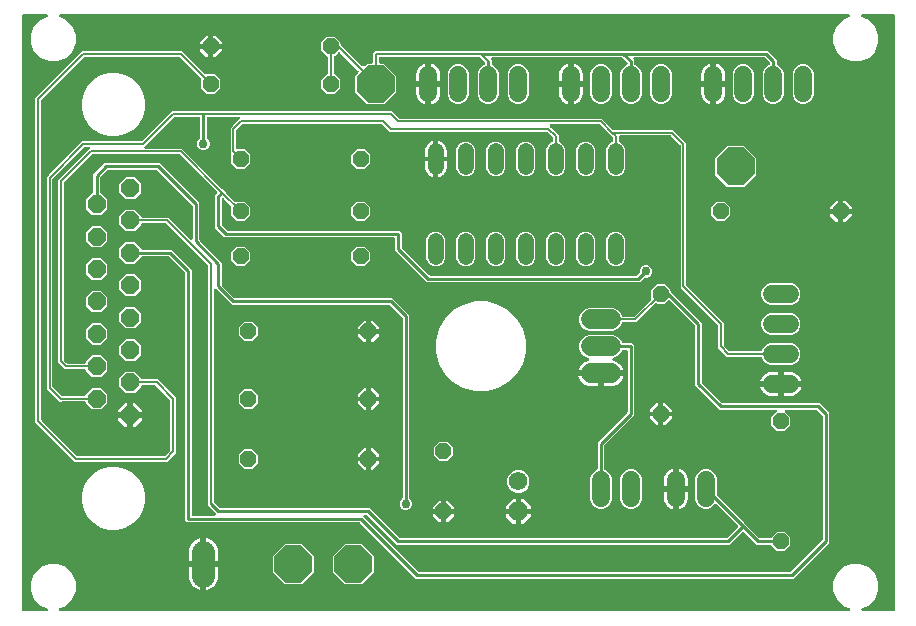
<source format=gbr>
G04 EAGLE Gerber RS-274X export*
G75*
%MOMM*%
%FSLAX34Y34*%
%LPD*%
%INBottom Copper*%
%IPPOS*%
%AMOC8*
5,1,8,0,0,1.08239X$1,22.5*%
G01*
%ADD10C,1.508000*%
%ADD11C,1.320800*%
%ADD12P,1.429621X8X112.500000*%
%ADD13C,1.676400*%
%ADD14P,1.649562X8X292.500000*%
%ADD15P,1.429621X8X22.500000*%
%ADD16P,1.429621X8X202.500000*%
%ADD17P,1.429621X8X292.500000*%
%ADD18P,1.704548X8X292.500000*%
%ADD19C,1.574800*%
%ADD20P,3.409096X8X22.500000*%
%ADD21C,1.981200*%
%ADD22C,0.254000*%
%ADD23C,0.756400*%
%ADD24C,0.203200*%
%ADD25C,0.152400*%

G36*
X32288Y-516119D02*
X32288Y-516119D01*
X32358Y-516120D01*
X32445Y-516099D01*
X32534Y-516087D01*
X32599Y-516062D01*
X32667Y-516045D01*
X32746Y-516003D01*
X32830Y-515970D01*
X32886Y-515929D01*
X32948Y-515897D01*
X33015Y-515836D01*
X33087Y-515784D01*
X33132Y-515730D01*
X33183Y-515683D01*
X33233Y-515608D01*
X33290Y-515539D01*
X33320Y-515475D01*
X33358Y-515417D01*
X33387Y-515332D01*
X33426Y-515251D01*
X33439Y-515182D01*
X33461Y-515116D01*
X33468Y-515027D01*
X33485Y-514939D01*
X33481Y-514869D01*
X33487Y-514799D01*
X33471Y-514711D01*
X33466Y-514621D01*
X33444Y-514555D01*
X33432Y-514486D01*
X33395Y-514404D01*
X33368Y-514319D01*
X33330Y-514260D01*
X33302Y-514196D01*
X33245Y-514126D01*
X33197Y-514050D01*
X33147Y-514002D01*
X33103Y-513948D01*
X33031Y-513893D01*
X32966Y-513832D01*
X32905Y-513798D01*
X32849Y-513756D01*
X32704Y-513685D01*
X27309Y-511450D01*
X21950Y-506091D01*
X19049Y-499089D01*
X19049Y-491511D01*
X21950Y-484509D01*
X27309Y-479150D01*
X34311Y-476249D01*
X41889Y-476249D01*
X48891Y-479150D01*
X54250Y-484509D01*
X57151Y-491511D01*
X57151Y-499089D01*
X54250Y-506091D01*
X48891Y-511450D01*
X43496Y-513685D01*
X43435Y-513720D01*
X43370Y-513746D01*
X43298Y-513798D01*
X43219Y-513843D01*
X43169Y-513891D01*
X43113Y-513932D01*
X43055Y-514002D01*
X42991Y-514064D01*
X42955Y-514124D01*
X42910Y-514177D01*
X42872Y-514259D01*
X42825Y-514335D01*
X42804Y-514402D01*
X42774Y-514465D01*
X42758Y-514553D01*
X42731Y-514639D01*
X42728Y-514709D01*
X42715Y-514778D01*
X42720Y-514867D01*
X42716Y-514957D01*
X42730Y-515025D01*
X42734Y-515095D01*
X42762Y-515180D01*
X42780Y-515268D01*
X42811Y-515331D01*
X42832Y-515397D01*
X42880Y-515473D01*
X42920Y-515554D01*
X42965Y-515607D01*
X43003Y-515666D01*
X43068Y-515728D01*
X43126Y-515796D01*
X43183Y-515836D01*
X43234Y-515884D01*
X43313Y-515927D01*
X43386Y-515979D01*
X43452Y-516004D01*
X43513Y-516038D01*
X43600Y-516060D01*
X43684Y-516092D01*
X43753Y-516100D01*
X43821Y-516117D01*
X43981Y-516127D01*
X711669Y-516127D01*
X711738Y-516119D01*
X711808Y-516120D01*
X711895Y-516099D01*
X711984Y-516087D01*
X712049Y-516062D01*
X712117Y-516045D01*
X712196Y-516003D01*
X712280Y-515970D01*
X712336Y-515929D01*
X712398Y-515897D01*
X712465Y-515836D01*
X712537Y-515784D01*
X712582Y-515730D01*
X712633Y-515683D01*
X712683Y-515608D01*
X712740Y-515539D01*
X712770Y-515475D01*
X712808Y-515417D01*
X712837Y-515332D01*
X712876Y-515251D01*
X712889Y-515182D01*
X712911Y-515116D01*
X712918Y-515027D01*
X712935Y-514939D01*
X712931Y-514869D01*
X712937Y-514799D01*
X712921Y-514711D01*
X712916Y-514621D01*
X712894Y-514555D01*
X712882Y-514486D01*
X712845Y-514404D01*
X712818Y-514319D01*
X712780Y-514260D01*
X712752Y-514196D01*
X712695Y-514126D01*
X712647Y-514050D01*
X712597Y-514002D01*
X712553Y-513948D01*
X712481Y-513893D01*
X712416Y-513832D01*
X712355Y-513798D01*
X712299Y-513756D01*
X712154Y-513685D01*
X706759Y-511450D01*
X701400Y-506091D01*
X698499Y-499089D01*
X698499Y-491511D01*
X701400Y-484509D01*
X706759Y-479150D01*
X713761Y-476249D01*
X721339Y-476249D01*
X728341Y-479150D01*
X733700Y-484509D01*
X736601Y-491511D01*
X736601Y-499089D01*
X733700Y-506091D01*
X728341Y-511450D01*
X722946Y-513685D01*
X722885Y-513720D01*
X722820Y-513746D01*
X722748Y-513798D01*
X722669Y-513843D01*
X722619Y-513891D01*
X722563Y-513932D01*
X722505Y-514002D01*
X722441Y-514064D01*
X722405Y-514124D01*
X722360Y-514177D01*
X722322Y-514259D01*
X722275Y-514335D01*
X722254Y-514402D01*
X722224Y-514465D01*
X722208Y-514553D01*
X722181Y-514639D01*
X722178Y-514709D01*
X722165Y-514778D01*
X722170Y-514867D01*
X722166Y-514957D01*
X722180Y-515025D01*
X722184Y-515095D01*
X722212Y-515180D01*
X722230Y-515268D01*
X722261Y-515331D01*
X722282Y-515397D01*
X722330Y-515473D01*
X722370Y-515554D01*
X722415Y-515607D01*
X722453Y-515666D01*
X722518Y-515728D01*
X722576Y-515796D01*
X722633Y-515836D01*
X722684Y-515884D01*
X722763Y-515927D01*
X722836Y-515979D01*
X722902Y-516004D01*
X722963Y-516038D01*
X723050Y-516060D01*
X723134Y-516092D01*
X723203Y-516100D01*
X723271Y-516117D01*
X723431Y-516127D01*
X749300Y-516127D01*
X749418Y-516112D01*
X749537Y-516105D01*
X749575Y-516092D01*
X749616Y-516087D01*
X749726Y-516044D01*
X749839Y-516007D01*
X749874Y-515985D01*
X749911Y-515970D01*
X750007Y-515901D01*
X750108Y-515837D01*
X750136Y-515807D01*
X750169Y-515784D01*
X750245Y-515692D01*
X750326Y-515605D01*
X750346Y-515570D01*
X750371Y-515539D01*
X750422Y-515431D01*
X750480Y-515327D01*
X750490Y-515287D01*
X750507Y-515251D01*
X750529Y-515134D01*
X750559Y-515019D01*
X750563Y-514959D01*
X750567Y-514939D01*
X750565Y-514918D01*
X750569Y-514858D01*
X750569Y-12192D01*
X750554Y-12074D01*
X750547Y-11955D01*
X750534Y-11917D01*
X750529Y-11876D01*
X750486Y-11766D01*
X750449Y-11653D01*
X750427Y-11618D01*
X750412Y-11581D01*
X750343Y-11485D01*
X750279Y-11384D01*
X750249Y-11356D01*
X750226Y-11323D01*
X750134Y-11247D01*
X750047Y-11166D01*
X750012Y-11146D01*
X749981Y-11121D01*
X749873Y-11070D01*
X749769Y-11012D01*
X749729Y-11002D01*
X749693Y-10985D01*
X749576Y-10963D01*
X749461Y-10933D01*
X749401Y-10929D01*
X749381Y-10925D01*
X749360Y-10927D01*
X749300Y-10923D01*
X723431Y-10923D01*
X723362Y-10931D01*
X723292Y-10930D01*
X723205Y-10951D01*
X723116Y-10963D01*
X723051Y-10988D01*
X722983Y-11005D01*
X722904Y-11047D01*
X722820Y-11080D01*
X722764Y-11121D01*
X722702Y-11153D01*
X722635Y-11214D01*
X722563Y-11266D01*
X722518Y-11320D01*
X722467Y-11367D01*
X722417Y-11442D01*
X722360Y-11511D01*
X722330Y-11575D01*
X722292Y-11633D01*
X722263Y-11718D01*
X722224Y-11799D01*
X722211Y-11868D01*
X722189Y-11934D01*
X722182Y-12023D01*
X722165Y-12111D01*
X722169Y-12181D01*
X722163Y-12251D01*
X722179Y-12339D01*
X722184Y-12429D01*
X722206Y-12495D01*
X722218Y-12564D01*
X722255Y-12646D01*
X722282Y-12731D01*
X722320Y-12790D01*
X722348Y-12854D01*
X722405Y-12924D01*
X722453Y-13000D01*
X722503Y-13048D01*
X722547Y-13102D01*
X722619Y-13157D01*
X722684Y-13218D01*
X722745Y-13252D01*
X722801Y-13294D01*
X722946Y-13365D01*
X728341Y-15600D01*
X733700Y-20959D01*
X736601Y-27961D01*
X736601Y-35539D01*
X733700Y-42541D01*
X728341Y-47900D01*
X721339Y-50801D01*
X713761Y-50801D01*
X706759Y-47900D01*
X701400Y-42541D01*
X698499Y-35539D01*
X698499Y-27961D01*
X701400Y-20959D01*
X706759Y-15600D01*
X712154Y-13365D01*
X712215Y-13330D01*
X712280Y-13304D01*
X712352Y-13252D01*
X712431Y-13207D01*
X712481Y-13159D01*
X712537Y-13118D01*
X712595Y-13048D01*
X712659Y-12986D01*
X712695Y-12926D01*
X712740Y-12873D01*
X712778Y-12791D01*
X712825Y-12715D01*
X712846Y-12648D01*
X712876Y-12585D01*
X712892Y-12497D01*
X712919Y-12411D01*
X712922Y-12341D01*
X712935Y-12272D01*
X712930Y-12183D01*
X712934Y-12093D01*
X712920Y-12025D01*
X712916Y-11955D01*
X712888Y-11870D01*
X712870Y-11782D01*
X712839Y-11719D01*
X712818Y-11653D01*
X712770Y-11577D01*
X712730Y-11496D01*
X712685Y-11443D01*
X712647Y-11384D01*
X712582Y-11322D01*
X712524Y-11254D01*
X712467Y-11214D01*
X712416Y-11166D01*
X712337Y-11123D01*
X712264Y-11071D01*
X712198Y-11046D01*
X712137Y-11012D01*
X712050Y-10990D01*
X711966Y-10958D01*
X711897Y-10950D01*
X711829Y-10933D01*
X711669Y-10923D01*
X43981Y-10923D01*
X43912Y-10931D01*
X43842Y-10930D01*
X43755Y-10951D01*
X43666Y-10963D01*
X43601Y-10988D01*
X43533Y-11005D01*
X43454Y-11047D01*
X43370Y-11080D01*
X43314Y-11121D01*
X43252Y-11153D01*
X43185Y-11214D01*
X43113Y-11266D01*
X43068Y-11320D01*
X43017Y-11367D01*
X42967Y-11442D01*
X42910Y-11511D01*
X42880Y-11575D01*
X42842Y-11633D01*
X42813Y-11718D01*
X42774Y-11799D01*
X42761Y-11868D01*
X42739Y-11934D01*
X42732Y-12023D01*
X42715Y-12111D01*
X42719Y-12181D01*
X42713Y-12251D01*
X42729Y-12339D01*
X42734Y-12429D01*
X42756Y-12495D01*
X42768Y-12564D01*
X42805Y-12646D01*
X42832Y-12731D01*
X42870Y-12790D01*
X42898Y-12854D01*
X42955Y-12924D01*
X43003Y-13000D01*
X43053Y-13048D01*
X43097Y-13102D01*
X43169Y-13157D01*
X43234Y-13218D01*
X43295Y-13252D01*
X43351Y-13294D01*
X43496Y-13365D01*
X48891Y-15600D01*
X54250Y-20959D01*
X57151Y-27961D01*
X57151Y-35539D01*
X54250Y-42541D01*
X48891Y-47900D01*
X41889Y-50801D01*
X34311Y-50801D01*
X27309Y-47900D01*
X21950Y-42541D01*
X19049Y-35539D01*
X19049Y-27961D01*
X21950Y-20959D01*
X27309Y-15600D01*
X32704Y-13365D01*
X32765Y-13330D01*
X32830Y-13304D01*
X32902Y-13252D01*
X32981Y-13207D01*
X33031Y-13159D01*
X33087Y-13118D01*
X33145Y-13048D01*
X33209Y-12986D01*
X33245Y-12926D01*
X33290Y-12873D01*
X33328Y-12791D01*
X33375Y-12715D01*
X33396Y-12648D01*
X33426Y-12585D01*
X33442Y-12497D01*
X33469Y-12411D01*
X33472Y-12341D01*
X33485Y-12272D01*
X33480Y-12183D01*
X33484Y-12093D01*
X33470Y-12025D01*
X33466Y-11955D01*
X33438Y-11870D01*
X33420Y-11782D01*
X33389Y-11719D01*
X33368Y-11653D01*
X33320Y-11577D01*
X33280Y-11496D01*
X33235Y-11443D01*
X33197Y-11384D01*
X33132Y-11322D01*
X33074Y-11254D01*
X33017Y-11214D01*
X32966Y-11166D01*
X32887Y-11123D01*
X32814Y-11071D01*
X32748Y-11046D01*
X32687Y-11012D01*
X32600Y-10990D01*
X32516Y-10958D01*
X32447Y-10950D01*
X32379Y-10933D01*
X32219Y-10923D01*
X12700Y-10923D01*
X12582Y-10938D01*
X12463Y-10945D01*
X12425Y-10958D01*
X12384Y-10963D01*
X12274Y-11006D01*
X12161Y-11043D01*
X12126Y-11065D01*
X12089Y-11080D01*
X11993Y-11149D01*
X11892Y-11213D01*
X11864Y-11243D01*
X11831Y-11266D01*
X11756Y-11358D01*
X11674Y-11445D01*
X11654Y-11480D01*
X11629Y-11511D01*
X11578Y-11619D01*
X11520Y-11723D01*
X11510Y-11763D01*
X11493Y-11799D01*
X11471Y-11916D01*
X11441Y-12031D01*
X11437Y-12091D01*
X11433Y-12111D01*
X11435Y-12132D01*
X11431Y-12192D01*
X11431Y-514858D01*
X11446Y-514976D01*
X11453Y-515095D01*
X11466Y-515133D01*
X11471Y-515174D01*
X11514Y-515284D01*
X11551Y-515397D01*
X11573Y-515432D01*
X11588Y-515469D01*
X11658Y-515565D01*
X11721Y-515666D01*
X11751Y-515694D01*
X11774Y-515727D01*
X11866Y-515803D01*
X11953Y-515884D01*
X11988Y-515904D01*
X12019Y-515929D01*
X12127Y-515980D01*
X12231Y-516038D01*
X12271Y-516048D01*
X12307Y-516065D01*
X12424Y-516087D01*
X12539Y-516117D01*
X12600Y-516121D01*
X12620Y-516125D01*
X12640Y-516123D01*
X12700Y-516127D01*
X32219Y-516127D01*
X32288Y-516119D01*
G37*
%LPC*%
G36*
X344917Y-488570D02*
X344917Y-488570D01*
X297664Y-441316D01*
X297586Y-441256D01*
X297514Y-441188D01*
X297461Y-441159D01*
X297413Y-441122D01*
X297322Y-441082D01*
X297235Y-441034D01*
X297177Y-441019D01*
X297121Y-440995D01*
X297023Y-440980D01*
X296927Y-440955D01*
X296827Y-440949D01*
X296807Y-440945D01*
X296795Y-440947D01*
X296767Y-440945D01*
X151242Y-440945D01*
X149605Y-439308D01*
X149605Y-230283D01*
X149593Y-230185D01*
X149590Y-230086D01*
X149573Y-230028D01*
X149565Y-229968D01*
X149529Y-229876D01*
X149501Y-229781D01*
X149471Y-229728D01*
X149448Y-229672D01*
X149390Y-229592D01*
X149340Y-229507D01*
X149274Y-229431D01*
X149262Y-229415D01*
X149252Y-229407D01*
X149234Y-229386D01*
X135866Y-216018D01*
X135788Y-215958D01*
X135716Y-215890D01*
X135663Y-215861D01*
X135615Y-215824D01*
X135524Y-215784D01*
X135437Y-215736D01*
X135379Y-215721D01*
X135323Y-215697D01*
X135225Y-215682D01*
X135129Y-215657D01*
X135029Y-215651D01*
X135009Y-215647D01*
X134997Y-215649D01*
X134969Y-215647D01*
X113538Y-215647D01*
X113420Y-215662D01*
X113301Y-215669D01*
X113263Y-215682D01*
X113222Y-215687D01*
X113112Y-215730D01*
X112999Y-215767D01*
X112964Y-215789D01*
X112927Y-215804D01*
X112831Y-215873D01*
X112730Y-215937D01*
X112702Y-215967D01*
X112669Y-215990D01*
X112593Y-216082D01*
X112512Y-216169D01*
X112492Y-216204D01*
X112467Y-216235D01*
X112416Y-216343D01*
X112358Y-216447D01*
X112348Y-216487D01*
X112331Y-216523D01*
X112318Y-216590D01*
X106912Y-221997D01*
X99336Y-221997D01*
X93979Y-216640D01*
X93979Y-209064D01*
X99336Y-203707D01*
X106912Y-203707D01*
X112309Y-209104D01*
X112352Y-209214D01*
X112389Y-209327D01*
X112411Y-209362D01*
X112426Y-209399D01*
X112495Y-209495D01*
X112559Y-209596D01*
X112589Y-209624D01*
X112612Y-209657D01*
X112704Y-209733D01*
X112791Y-209814D01*
X112826Y-209834D01*
X112857Y-209859D01*
X112965Y-209910D01*
X113069Y-209968D01*
X113109Y-209978D01*
X113145Y-209995D01*
X113262Y-210017D01*
X113377Y-210047D01*
X113437Y-210051D01*
X113457Y-210055D01*
X113478Y-210053D01*
X113538Y-210057D01*
X137810Y-210057D01*
X155195Y-227442D01*
X155195Y-434086D01*
X155210Y-434204D01*
X155217Y-434323D01*
X155230Y-434361D01*
X155235Y-434402D01*
X155278Y-434512D01*
X155315Y-434625D01*
X155337Y-434660D01*
X155352Y-434697D01*
X155421Y-434793D01*
X155485Y-434894D01*
X155515Y-434922D01*
X155538Y-434955D01*
X155630Y-435031D01*
X155717Y-435112D01*
X155752Y-435132D01*
X155783Y-435157D01*
X155891Y-435208D01*
X155995Y-435266D01*
X156035Y-435276D01*
X156071Y-435293D01*
X156188Y-435315D01*
X156303Y-435345D01*
X156363Y-435349D01*
X156383Y-435353D01*
X156404Y-435351D01*
X156464Y-435355D01*
X174339Y-435355D01*
X174477Y-435338D01*
X174615Y-435325D01*
X174634Y-435318D01*
X174654Y-435315D01*
X174784Y-435264D01*
X174914Y-435217D01*
X174931Y-435206D01*
X174950Y-435198D01*
X175062Y-435117D01*
X175177Y-435039D01*
X175191Y-435023D01*
X175207Y-435012D01*
X175296Y-434904D01*
X175388Y-434800D01*
X175397Y-434782D01*
X175410Y-434767D01*
X175469Y-434641D01*
X175533Y-434517D01*
X175537Y-434497D01*
X175546Y-434479D01*
X175572Y-434343D01*
X175602Y-434207D01*
X175602Y-434186D01*
X175605Y-434167D01*
X175597Y-434028D01*
X175593Y-433889D01*
X175587Y-433869D01*
X175586Y-433849D01*
X175543Y-433717D01*
X175504Y-433583D01*
X175494Y-433566D01*
X175488Y-433547D01*
X175413Y-433429D01*
X175343Y-433309D01*
X175324Y-433288D01*
X175317Y-433278D01*
X175303Y-433264D01*
X175236Y-433188D01*
X174634Y-432586D01*
X168655Y-426608D01*
X168655Y-424292D01*
X168792Y-424156D01*
X168852Y-424078D01*
X168920Y-424006D01*
X168949Y-423953D01*
X168986Y-423905D01*
X169026Y-423814D01*
X169074Y-423727D01*
X169089Y-423669D01*
X169113Y-423613D01*
X169128Y-423515D01*
X169153Y-423419D01*
X169159Y-423319D01*
X169163Y-423299D01*
X169161Y-423287D01*
X169163Y-423259D01*
X169163Y-223723D01*
X169151Y-223625D01*
X169148Y-223526D01*
X169131Y-223468D01*
X169123Y-223407D01*
X169087Y-223315D01*
X169059Y-223220D01*
X169029Y-223168D01*
X169006Y-223112D01*
X168948Y-223032D01*
X168898Y-222946D01*
X168832Y-222871D01*
X168820Y-222854D01*
X168810Y-222847D01*
X168792Y-222825D01*
X134045Y-188078D01*
X133966Y-188018D01*
X133894Y-187950D01*
X133841Y-187921D01*
X133793Y-187884D01*
X133702Y-187844D01*
X133616Y-187796D01*
X133557Y-187781D01*
X133501Y-187757D01*
X133403Y-187742D01*
X133308Y-187717D01*
X133208Y-187711D01*
X133187Y-187707D01*
X133175Y-187709D01*
X133147Y-187707D01*
X113538Y-187707D01*
X113420Y-187722D01*
X113301Y-187729D01*
X113263Y-187742D01*
X113222Y-187747D01*
X113112Y-187790D01*
X112999Y-187827D01*
X112964Y-187849D01*
X112927Y-187864D01*
X112831Y-187933D01*
X112730Y-187997D01*
X112702Y-188027D01*
X112669Y-188050D01*
X112593Y-188142D01*
X112512Y-188229D01*
X112492Y-188264D01*
X112467Y-188295D01*
X112416Y-188403D01*
X112358Y-188507D01*
X112348Y-188547D01*
X112331Y-188583D01*
X112309Y-188700D01*
X112279Y-188815D01*
X112275Y-188875D01*
X112271Y-188895D01*
X112273Y-188916D01*
X112269Y-188976D01*
X112269Y-189208D01*
X106912Y-194565D01*
X99336Y-194565D01*
X93979Y-189208D01*
X93979Y-181632D01*
X99336Y-176275D01*
X106912Y-176275D01*
X112269Y-181632D01*
X112269Y-181864D01*
X112284Y-181982D01*
X112291Y-182101D01*
X112304Y-182139D01*
X112309Y-182180D01*
X112352Y-182290D01*
X112389Y-182403D01*
X112411Y-182438D01*
X112426Y-182475D01*
X112495Y-182571D01*
X112559Y-182672D01*
X112589Y-182700D01*
X112612Y-182733D01*
X112704Y-182809D01*
X112791Y-182890D01*
X112826Y-182910D01*
X112857Y-182935D01*
X112965Y-182986D01*
X113069Y-183044D01*
X113109Y-183054D01*
X113145Y-183071D01*
X113262Y-183093D01*
X113377Y-183123D01*
X113437Y-183127D01*
X113457Y-183131D01*
X113478Y-183129D01*
X113538Y-183133D01*
X135567Y-183133D01*
X153789Y-201355D01*
X153898Y-201440D01*
X154005Y-201528D01*
X154024Y-201537D01*
X154040Y-201550D01*
X154168Y-201605D01*
X154293Y-201664D01*
X154313Y-201668D01*
X154332Y-201676D01*
X154470Y-201698D01*
X154606Y-201724D01*
X154626Y-201723D01*
X154646Y-201726D01*
X154785Y-201713D01*
X154923Y-201704D01*
X154942Y-201698D01*
X154962Y-201696D01*
X155094Y-201649D01*
X155225Y-201606D01*
X155243Y-201595D01*
X155262Y-201588D01*
X155377Y-201510D01*
X155494Y-201436D01*
X155508Y-201421D01*
X155525Y-201410D01*
X155617Y-201306D01*
X155712Y-201204D01*
X155722Y-201186D01*
X155735Y-201171D01*
X155799Y-201047D01*
X155866Y-200926D01*
X155871Y-200906D01*
X155880Y-200888D01*
X155910Y-200752D01*
X155945Y-200618D01*
X155947Y-200590D01*
X155950Y-200578D01*
X155949Y-200557D01*
X155955Y-200457D01*
X155955Y-173133D01*
X155943Y-173035D01*
X155940Y-172936D01*
X155923Y-172878D01*
X155915Y-172818D01*
X155879Y-172726D01*
X155851Y-172631D01*
X155821Y-172578D01*
X155798Y-172522D01*
X155740Y-172442D01*
X155690Y-172357D01*
X155624Y-172281D01*
X155612Y-172265D01*
X155602Y-172257D01*
X155584Y-172236D01*
X126214Y-142866D01*
X126136Y-142806D01*
X126064Y-142738D01*
X126011Y-142709D01*
X125963Y-142672D01*
X125872Y-142632D01*
X125785Y-142584D01*
X125727Y-142569D01*
X125671Y-142545D01*
X125573Y-142530D01*
X125477Y-142505D01*
X125377Y-142499D01*
X125357Y-142495D01*
X125345Y-142497D01*
X125317Y-142495D01*
X84233Y-142495D01*
X84135Y-142507D01*
X84036Y-142510D01*
X83978Y-142527D01*
X83918Y-142535D01*
X83826Y-142571D01*
X83731Y-142599D01*
X83678Y-142629D01*
X83622Y-142652D01*
X83542Y-142710D01*
X83457Y-142760D01*
X83381Y-142826D01*
X83365Y-142838D01*
X83357Y-142848D01*
X83336Y-142866D01*
X77842Y-148360D01*
X77782Y-148438D01*
X77714Y-148510D01*
X77685Y-148563D01*
X77648Y-148611D01*
X77608Y-148702D01*
X77560Y-148789D01*
X77545Y-148847D01*
X77521Y-148903D01*
X77506Y-149001D01*
X77481Y-149097D01*
X77475Y-149197D01*
X77471Y-149217D01*
X77473Y-149229D01*
X77471Y-149257D01*
X77471Y-161290D01*
X77486Y-161408D01*
X77493Y-161527D01*
X77506Y-161565D01*
X77511Y-161606D01*
X77554Y-161716D01*
X77591Y-161829D01*
X77613Y-161864D01*
X77628Y-161901D01*
X77697Y-161997D01*
X77761Y-162098D01*
X77791Y-162126D01*
X77814Y-162159D01*
X77906Y-162235D01*
X77993Y-162316D01*
X78028Y-162336D01*
X78059Y-162361D01*
X78167Y-162412D01*
X78271Y-162470D01*
X78311Y-162480D01*
X78347Y-162497D01*
X78414Y-162510D01*
X83821Y-167916D01*
X83821Y-175492D01*
X78464Y-180849D01*
X70888Y-180849D01*
X65531Y-175492D01*
X65531Y-167916D01*
X70928Y-162519D01*
X71038Y-162476D01*
X71151Y-162439D01*
X71186Y-162417D01*
X71223Y-162402D01*
X71319Y-162333D01*
X71420Y-162269D01*
X71448Y-162239D01*
X71481Y-162216D01*
X71557Y-162124D01*
X71638Y-162037D01*
X71658Y-162002D01*
X71683Y-161971D01*
X71734Y-161863D01*
X71792Y-161759D01*
X71802Y-161719D01*
X71819Y-161683D01*
X71841Y-161566D01*
X71871Y-161451D01*
X71875Y-161391D01*
X71879Y-161371D01*
X71877Y-161350D01*
X71881Y-161290D01*
X71881Y-146416D01*
X81392Y-136905D01*
X128158Y-136905D01*
X161545Y-170292D01*
X161545Y-201517D01*
X161557Y-201615D01*
X161560Y-201714D01*
X161577Y-201772D01*
X161585Y-201832D01*
X161621Y-201924D01*
X161649Y-202019D01*
X161679Y-202072D01*
X161702Y-202128D01*
X161760Y-202208D01*
X161810Y-202293D01*
X161876Y-202369D01*
X161888Y-202385D01*
X161898Y-202393D01*
X161916Y-202414D01*
X180595Y-221092D01*
X180595Y-239617D01*
X180607Y-239715D01*
X180610Y-239814D01*
X180627Y-239872D01*
X180635Y-239932D01*
X180671Y-240024D01*
X180699Y-240119D01*
X180729Y-240172D01*
X180752Y-240228D01*
X180810Y-240308D01*
X180860Y-240393D01*
X180926Y-240469D01*
X180938Y-240485D01*
X180948Y-240493D01*
X180966Y-240514D01*
X191286Y-250834D01*
X191364Y-250894D01*
X191436Y-250962D01*
X191489Y-250991D01*
X191537Y-251028D01*
X191628Y-251068D01*
X191715Y-251116D01*
X191773Y-251131D01*
X191829Y-251155D01*
X191927Y-251170D01*
X192023Y-251195D01*
X192123Y-251201D01*
X192143Y-251205D01*
X192155Y-251203D01*
X192183Y-251205D01*
X325008Y-251205D01*
X339345Y-265542D01*
X339345Y-420214D01*
X339357Y-420312D01*
X339360Y-420411D01*
X339377Y-420470D01*
X339385Y-420530D01*
X339421Y-420622D01*
X339449Y-420717D01*
X339479Y-420769D01*
X339502Y-420825D01*
X339560Y-420905D01*
X339610Y-420991D01*
X339676Y-421066D01*
X339688Y-421083D01*
X339698Y-421090D01*
X339716Y-421112D01*
X341049Y-422444D01*
X341857Y-424394D01*
X341857Y-426506D01*
X341049Y-428456D01*
X339556Y-429949D01*
X337606Y-430757D01*
X335494Y-430757D01*
X333544Y-429949D01*
X332051Y-428456D01*
X331243Y-426506D01*
X331243Y-424394D01*
X332051Y-422444D01*
X333384Y-421112D01*
X333444Y-421033D01*
X333512Y-420961D01*
X333541Y-420908D01*
X333578Y-420860D01*
X333618Y-420769D01*
X333666Y-420683D01*
X333681Y-420624D01*
X333705Y-420568D01*
X333720Y-420471D01*
X333745Y-420375D01*
X333751Y-420275D01*
X333755Y-420254D01*
X333753Y-420242D01*
X333755Y-420214D01*
X333755Y-268383D01*
X333743Y-268285D01*
X333740Y-268186D01*
X333723Y-268128D01*
X333715Y-268068D01*
X333679Y-267976D01*
X333651Y-267881D01*
X333621Y-267828D01*
X333598Y-267772D01*
X333540Y-267692D01*
X333490Y-267607D01*
X333424Y-267531D01*
X333412Y-267515D01*
X333402Y-267507D01*
X333384Y-267486D01*
X323064Y-257166D01*
X322986Y-257106D01*
X322914Y-257038D01*
X322861Y-257009D01*
X322813Y-256972D01*
X322722Y-256932D01*
X322635Y-256884D01*
X322577Y-256869D01*
X322521Y-256845D01*
X322423Y-256830D01*
X322327Y-256805D01*
X322227Y-256799D01*
X322207Y-256795D01*
X322195Y-256797D01*
X322167Y-256795D01*
X189342Y-256795D01*
X187334Y-254786D01*
X175903Y-243356D01*
X175794Y-243271D01*
X175687Y-243182D01*
X175668Y-243173D01*
X175652Y-243161D01*
X175524Y-243105D01*
X175399Y-243046D01*
X175379Y-243043D01*
X175360Y-243035D01*
X175222Y-243013D01*
X175086Y-242987D01*
X175066Y-242988D01*
X175046Y-242985D01*
X174907Y-242998D01*
X174769Y-243006D01*
X174750Y-243013D01*
X174730Y-243014D01*
X174598Y-243062D01*
X174467Y-243104D01*
X174449Y-243115D01*
X174430Y-243122D01*
X174315Y-243200D01*
X174198Y-243275D01*
X174184Y-243289D01*
X174167Y-243301D01*
X174075Y-243405D01*
X173980Y-243506D01*
X173970Y-243524D01*
X173957Y-243539D01*
X173893Y-243663D01*
X173826Y-243785D01*
X173821Y-243804D01*
X173812Y-243822D01*
X173782Y-243958D01*
X173747Y-244093D01*
X173745Y-244121D01*
X173742Y-244133D01*
X173743Y-244153D01*
X173737Y-244253D01*
X173737Y-423259D01*
X173749Y-423357D01*
X173752Y-423456D01*
X173769Y-423514D01*
X173777Y-423574D01*
X173813Y-423666D01*
X173841Y-423761D01*
X173871Y-423814D01*
X173894Y-423870D01*
X173952Y-423950D01*
X174002Y-424035D01*
X174068Y-424111D01*
X174080Y-424127D01*
X174090Y-424135D01*
X174108Y-424156D01*
X178586Y-428634D01*
X178664Y-428694D01*
X178736Y-428762D01*
X178789Y-428791D01*
X178837Y-428828D01*
X178928Y-428868D01*
X179015Y-428916D01*
X179073Y-428931D01*
X179129Y-428955D01*
X179227Y-428970D01*
X179323Y-428995D01*
X179423Y-429001D01*
X179443Y-429005D01*
X179455Y-429003D01*
X179483Y-429005D01*
X305958Y-429005D01*
X330986Y-454034D01*
X331064Y-454094D01*
X331136Y-454162D01*
X331189Y-454191D01*
X331237Y-454228D01*
X331328Y-454268D01*
X331415Y-454316D01*
X331473Y-454331D01*
X331529Y-454355D01*
X331627Y-454370D01*
X331723Y-454395D01*
X331823Y-454401D01*
X331843Y-454405D01*
X331855Y-454403D01*
X331883Y-454405D01*
X607917Y-454405D01*
X608015Y-454393D01*
X608114Y-454390D01*
X608172Y-454373D01*
X608232Y-454365D01*
X608324Y-454329D01*
X608419Y-454301D01*
X608472Y-454271D01*
X608528Y-454248D01*
X608608Y-454190D01*
X608693Y-454140D01*
X608769Y-454074D01*
X608785Y-454062D01*
X608793Y-454052D01*
X608814Y-454034D01*
X617450Y-445397D01*
X617523Y-445303D01*
X617602Y-445214D01*
X617620Y-445178D01*
X617645Y-445146D01*
X617692Y-445037D01*
X617747Y-444931D01*
X617755Y-444892D01*
X617771Y-444854D01*
X617790Y-444737D01*
X617816Y-444621D01*
X617815Y-444580D01*
X617821Y-444540D01*
X617810Y-444422D01*
X617807Y-444303D01*
X617795Y-444264D01*
X617791Y-444224D01*
X617751Y-444111D01*
X617718Y-443997D01*
X617698Y-443962D01*
X617684Y-443924D01*
X617617Y-443826D01*
X617557Y-443723D01*
X617517Y-443678D01*
X617505Y-443661D01*
X617490Y-443648D01*
X617450Y-443602D01*
X599651Y-425803D01*
X599557Y-425730D01*
X599468Y-425652D01*
X599432Y-425633D01*
X599400Y-425608D01*
X599290Y-425561D01*
X599185Y-425507D01*
X599145Y-425498D01*
X599108Y-425482D01*
X598990Y-425463D01*
X598874Y-425437D01*
X598834Y-425439D01*
X598794Y-425432D01*
X598675Y-425443D01*
X598556Y-425447D01*
X598518Y-425458D01*
X598477Y-425462D01*
X598365Y-425502D01*
X598251Y-425535D01*
X598216Y-425556D01*
X598178Y-425570D01*
X598079Y-425637D01*
X597977Y-425697D01*
X597932Y-425737D01*
X597915Y-425748D01*
X597901Y-425764D01*
X597856Y-425803D01*
X595685Y-427975D01*
X592353Y-429355D01*
X588747Y-429355D01*
X585415Y-427975D01*
X582865Y-425425D01*
X581485Y-422093D01*
X581485Y-403407D01*
X582865Y-400075D01*
X585415Y-397525D01*
X588747Y-396145D01*
X592353Y-396145D01*
X595685Y-397525D01*
X598235Y-400075D01*
X599615Y-403407D01*
X599615Y-417337D01*
X599627Y-417435D01*
X599630Y-417534D01*
X599647Y-417592D01*
X599655Y-417652D01*
X599691Y-417744D01*
X599719Y-417839D01*
X599749Y-417892D01*
X599772Y-417948D01*
X599830Y-418028D01*
X599880Y-418113D01*
X599946Y-418189D01*
X599958Y-418205D01*
X599968Y-418213D01*
X599986Y-418234D01*
X623086Y-441334D01*
X625466Y-443714D01*
X635786Y-454034D01*
X635864Y-454094D01*
X635936Y-454162D01*
X635989Y-454191D01*
X636037Y-454228D01*
X636128Y-454268D01*
X636215Y-454316D01*
X636273Y-454331D01*
X636329Y-454355D01*
X636427Y-454370D01*
X636523Y-454395D01*
X636623Y-454401D01*
X636643Y-454405D01*
X636655Y-454403D01*
X636683Y-454405D01*
X644823Y-454405D01*
X644921Y-454393D01*
X645020Y-454390D01*
X645079Y-454373D01*
X645139Y-454365D01*
X645231Y-454329D01*
X645326Y-454301D01*
X645378Y-454271D01*
X645434Y-454248D01*
X645514Y-454190D01*
X645600Y-454140D01*
X645675Y-454074D01*
X645692Y-454062D01*
X645700Y-454052D01*
X645721Y-454034D01*
X650683Y-449071D01*
X657417Y-449071D01*
X662179Y-453833D01*
X662179Y-460567D01*
X657417Y-465329D01*
X650683Y-465329D01*
X645721Y-460366D01*
X645642Y-460306D01*
X645570Y-460238D01*
X645517Y-460209D01*
X645469Y-460172D01*
X645378Y-460132D01*
X645292Y-460084D01*
X645233Y-460069D01*
X645178Y-460045D01*
X645080Y-460030D01*
X644984Y-460005D01*
X644884Y-459999D01*
X644864Y-459995D01*
X644851Y-459997D01*
X644823Y-459995D01*
X633842Y-459995D01*
X623198Y-449350D01*
X623103Y-449277D01*
X623014Y-449198D01*
X622978Y-449180D01*
X622946Y-449155D01*
X622837Y-449108D01*
X622731Y-449053D01*
X622692Y-449045D01*
X622654Y-449029D01*
X622537Y-449010D01*
X622421Y-448984D01*
X622380Y-448985D01*
X622340Y-448979D01*
X622222Y-448990D01*
X622103Y-448993D01*
X622064Y-449005D01*
X622024Y-449009D01*
X621911Y-449049D01*
X621797Y-449082D01*
X621763Y-449102D01*
X621724Y-449116D01*
X621626Y-449183D01*
X621523Y-449243D01*
X621478Y-449283D01*
X621461Y-449295D01*
X621448Y-449310D01*
X621403Y-449350D01*
X610758Y-459995D01*
X329042Y-459995D01*
X304014Y-434966D01*
X303936Y-434906D01*
X303864Y-434838D01*
X303811Y-434809D01*
X303763Y-434772D01*
X303672Y-434732D01*
X303585Y-434684D01*
X303527Y-434669D01*
X303471Y-434645D01*
X303373Y-434630D01*
X303277Y-434605D01*
X303177Y-434599D01*
X303157Y-434595D01*
X303145Y-434597D01*
X303117Y-434595D01*
X301911Y-434595D01*
X301774Y-434612D01*
X301635Y-434625D01*
X301616Y-434632D01*
X301596Y-434635D01*
X301467Y-434686D01*
X301336Y-434733D01*
X301319Y-434744D01*
X301300Y-434752D01*
X301188Y-434833D01*
X301073Y-434911D01*
X301059Y-434927D01*
X301043Y-434938D01*
X300954Y-435046D01*
X300862Y-435150D01*
X300853Y-435168D01*
X300840Y-435183D01*
X300781Y-435309D01*
X300717Y-435433D01*
X300713Y-435453D01*
X300704Y-435471D01*
X300678Y-435607D01*
X300648Y-435743D01*
X300648Y-435764D01*
X300645Y-435783D01*
X300653Y-435922D01*
X300657Y-436061D01*
X300663Y-436081D01*
X300664Y-436101D01*
X300707Y-436233D01*
X300746Y-436367D01*
X300756Y-436384D01*
X300762Y-436403D01*
X300837Y-436521D01*
X300907Y-436641D01*
X300926Y-436662D01*
X300933Y-436672D01*
X300947Y-436686D01*
X301014Y-436761D01*
X346861Y-482609D01*
X346939Y-482669D01*
X347011Y-482737D01*
X347064Y-482766D01*
X347112Y-482803D01*
X347203Y-482843D01*
X347290Y-482891D01*
X347348Y-482906D01*
X347404Y-482930D01*
X347502Y-482945D01*
X347598Y-482970D01*
X347698Y-482976D01*
X347718Y-482980D01*
X347730Y-482978D01*
X347758Y-482980D01*
X661892Y-482980D01*
X661990Y-482968D01*
X662089Y-482965D01*
X662147Y-482948D01*
X662207Y-482940D01*
X662299Y-482904D01*
X662394Y-482876D01*
X662447Y-482846D01*
X662503Y-482823D01*
X662583Y-482765D01*
X662668Y-482715D01*
X662744Y-482649D01*
X662760Y-482637D01*
X662768Y-482627D01*
X662789Y-482609D01*
X688984Y-456414D01*
X689044Y-456336D01*
X689112Y-456264D01*
X689141Y-456211D01*
X689178Y-456163D01*
X689218Y-456072D01*
X689266Y-455985D01*
X689281Y-455927D01*
X689305Y-455871D01*
X689320Y-455773D01*
X689345Y-455677D01*
X689351Y-455577D01*
X689355Y-455557D01*
X689353Y-455545D01*
X689355Y-455517D01*
X689355Y-350933D01*
X689343Y-350835D01*
X689340Y-350736D01*
X689323Y-350678D01*
X689315Y-350618D01*
X689279Y-350526D01*
X689251Y-350431D01*
X689221Y-350378D01*
X689198Y-350322D01*
X689140Y-350242D01*
X689090Y-350157D01*
X689024Y-350081D01*
X689012Y-350065D01*
X689002Y-350057D01*
X688984Y-350036D01*
X685014Y-346066D01*
X684936Y-346006D01*
X684864Y-345938D01*
X684811Y-345909D01*
X684763Y-345872D01*
X684672Y-345832D01*
X684585Y-345784D01*
X684527Y-345769D01*
X684471Y-345745D01*
X684373Y-345730D01*
X684277Y-345705D01*
X684177Y-345699D01*
X684157Y-345695D01*
X684145Y-345697D01*
X684117Y-345695D01*
X658705Y-345695D01*
X658567Y-345712D01*
X658428Y-345725D01*
X658409Y-345732D01*
X658389Y-345735D01*
X658260Y-345786D01*
X658129Y-345833D01*
X658112Y-345844D01*
X658093Y-345852D01*
X657981Y-345933D01*
X657866Y-346011D01*
X657853Y-346027D01*
X657836Y-346038D01*
X657747Y-346146D01*
X657655Y-346250D01*
X657646Y-346268D01*
X657633Y-346283D01*
X657574Y-346409D01*
X657511Y-346533D01*
X657506Y-346553D01*
X657498Y-346571D01*
X657472Y-346707D01*
X657441Y-346843D01*
X657442Y-346864D01*
X657438Y-346883D01*
X657447Y-347022D01*
X657451Y-347161D01*
X657457Y-347181D01*
X657458Y-347201D01*
X657501Y-347333D01*
X657539Y-347467D01*
X657550Y-347484D01*
X657556Y-347503D01*
X657630Y-347621D01*
X657701Y-347741D01*
X657719Y-347762D01*
X657726Y-347772D01*
X657741Y-347786D01*
X657807Y-347861D01*
X662179Y-352233D01*
X662179Y-358967D01*
X657417Y-363729D01*
X650683Y-363729D01*
X645921Y-358967D01*
X645921Y-352233D01*
X650293Y-347861D01*
X650378Y-347752D01*
X650467Y-347645D01*
X650475Y-347626D01*
X650488Y-347610D01*
X650543Y-347482D01*
X650602Y-347357D01*
X650606Y-347337D01*
X650614Y-347318D01*
X650636Y-347180D01*
X650662Y-347044D01*
X650661Y-347024D01*
X650664Y-347004D01*
X650651Y-346865D01*
X650642Y-346727D01*
X650636Y-346708D01*
X650634Y-346688D01*
X650587Y-346556D01*
X650544Y-346425D01*
X650533Y-346407D01*
X650527Y-346388D01*
X650448Y-346273D01*
X650374Y-346156D01*
X650359Y-346142D01*
X650348Y-346125D01*
X650244Y-346033D01*
X650142Y-345938D01*
X650125Y-345928D01*
X650110Y-345915D01*
X649985Y-345851D01*
X649864Y-345784D01*
X649844Y-345779D01*
X649826Y-345770D01*
X649690Y-345740D01*
X649556Y-345705D01*
X649528Y-345703D01*
X649516Y-345700D01*
X649495Y-345701D01*
X649395Y-345695D01*
X602092Y-345695D01*
X581405Y-325008D01*
X581405Y-274733D01*
X581393Y-274635D01*
X581390Y-274536D01*
X581373Y-274478D01*
X581365Y-274418D01*
X581329Y-274326D01*
X581301Y-274231D01*
X581271Y-274178D01*
X581248Y-274122D01*
X581190Y-274042D01*
X581140Y-273957D01*
X581074Y-273881D01*
X581062Y-273865D01*
X581052Y-273857D01*
X581034Y-273836D01*
X560294Y-253097D01*
X560200Y-253023D01*
X560111Y-252945D01*
X560075Y-252926D01*
X560043Y-252902D01*
X559933Y-252854D01*
X559828Y-252800D01*
X559788Y-252791D01*
X559751Y-252775D01*
X559633Y-252757D01*
X559517Y-252731D01*
X559477Y-252732D01*
X559437Y-252725D01*
X559318Y-252737D01*
X559199Y-252740D01*
X559161Y-252751D01*
X559120Y-252755D01*
X559008Y-252796D01*
X558894Y-252829D01*
X558859Y-252849D01*
X558821Y-252863D01*
X558722Y-252930D01*
X558620Y-252990D01*
X558575Y-253030D01*
X558558Y-253041D01*
X558544Y-253057D01*
X558499Y-253097D01*
X555817Y-255779D01*
X549054Y-255779D01*
X549033Y-255761D01*
X548997Y-255742D01*
X548965Y-255717D01*
X548856Y-255670D01*
X548750Y-255616D01*
X548711Y-255607D01*
X548673Y-255591D01*
X548556Y-255572D01*
X548440Y-255546D01*
X548399Y-255548D01*
X548359Y-255541D01*
X548241Y-255552D01*
X548122Y-255556D01*
X548083Y-255567D01*
X548043Y-255571D01*
X547931Y-255611D01*
X547816Y-255644D01*
X547782Y-255665D01*
X547743Y-255679D01*
X547645Y-255746D01*
X547542Y-255806D01*
X547497Y-255846D01*
X547480Y-255857D01*
X547467Y-255872D01*
X547422Y-255912D01*
X533518Y-269815D01*
X531807Y-271527D01*
X520656Y-271527D01*
X520627Y-271530D01*
X520597Y-271528D01*
X520469Y-271550D01*
X520340Y-271567D01*
X520313Y-271577D01*
X520284Y-271582D01*
X520165Y-271636D01*
X520045Y-271684D01*
X520021Y-271701D01*
X519994Y-271713D01*
X519892Y-271794D01*
X519787Y-271870D01*
X519768Y-271893D01*
X519745Y-271912D01*
X519667Y-272015D01*
X519584Y-272115D01*
X519572Y-272142D01*
X519554Y-272166D01*
X519483Y-272310D01*
X518431Y-274852D01*
X515644Y-277639D01*
X512003Y-279147D01*
X491297Y-279147D01*
X487656Y-277639D01*
X484869Y-274852D01*
X483361Y-271211D01*
X483361Y-267269D01*
X484869Y-263628D01*
X487656Y-260841D01*
X491297Y-259333D01*
X512003Y-259333D01*
X515644Y-260841D01*
X518431Y-263628D01*
X519483Y-266170D01*
X519498Y-266195D01*
X519507Y-266223D01*
X519576Y-266333D01*
X519641Y-266446D01*
X519661Y-266467D01*
X519677Y-266492D01*
X519772Y-266581D01*
X519862Y-266674D01*
X519887Y-266690D01*
X519909Y-266710D01*
X520023Y-266773D01*
X520133Y-266841D01*
X520161Y-266849D01*
X520187Y-266864D01*
X520313Y-266896D01*
X520437Y-266934D01*
X520467Y-266936D01*
X520495Y-266943D01*
X520656Y-266953D01*
X529387Y-266953D01*
X529485Y-266941D01*
X529584Y-266938D01*
X529642Y-266921D01*
X529703Y-266913D01*
X529795Y-266877D01*
X529890Y-266849D01*
X529942Y-266819D01*
X529998Y-266796D01*
X530078Y-266738D01*
X530164Y-266688D01*
X530239Y-266622D01*
X530256Y-266610D01*
X530263Y-266600D01*
X530285Y-266582D01*
X544188Y-252678D01*
X544261Y-252584D01*
X544339Y-252495D01*
X544358Y-252459D01*
X544383Y-252427D01*
X544430Y-252318D01*
X544484Y-252212D01*
X544493Y-252172D01*
X544509Y-252135D01*
X544528Y-252018D01*
X544554Y-251902D01*
X544552Y-251861D01*
X544559Y-251821D01*
X544548Y-251703D01*
X544544Y-251584D01*
X544533Y-251545D01*
X544529Y-251505D01*
X544489Y-251392D01*
X544456Y-251278D01*
X544435Y-251243D01*
X544421Y-251205D01*
X544355Y-251107D01*
X544321Y-251050D01*
X544321Y-244283D01*
X549083Y-239521D01*
X555817Y-239521D01*
X560579Y-244283D01*
X560579Y-244951D01*
X560591Y-245049D01*
X560594Y-245148D01*
X560611Y-245206D01*
X560619Y-245266D01*
X560655Y-245358D01*
X560683Y-245453D01*
X560713Y-245506D01*
X560736Y-245562D01*
X560794Y-245642D01*
X560844Y-245727D01*
X560910Y-245803D01*
X560922Y-245819D01*
X560932Y-245827D01*
X560950Y-245848D01*
X586995Y-271892D01*
X586995Y-322167D01*
X587007Y-322265D01*
X587010Y-322364D01*
X587027Y-322422D01*
X587035Y-322482D01*
X587071Y-322574D01*
X587099Y-322669D01*
X587129Y-322722D01*
X587152Y-322778D01*
X587210Y-322858D01*
X587260Y-322943D01*
X587326Y-323019D01*
X587338Y-323035D01*
X587348Y-323043D01*
X587366Y-323064D01*
X604036Y-339734D01*
X604114Y-339794D01*
X604186Y-339862D01*
X604239Y-339891D01*
X604287Y-339928D01*
X604378Y-339968D01*
X604465Y-340016D01*
X604523Y-340031D01*
X604579Y-340055D01*
X604677Y-340070D01*
X604773Y-340095D01*
X604873Y-340101D01*
X604893Y-340105D01*
X604905Y-340103D01*
X604933Y-340105D01*
X686958Y-340105D01*
X694945Y-348092D01*
X694945Y-458358D01*
X664733Y-488570D01*
X344917Y-488570D01*
G37*
%LPD*%
%LPC*%
G36*
X70888Y-345441D02*
X70888Y-345441D01*
X65531Y-340084D01*
X65531Y-339852D01*
X65516Y-339734D01*
X65509Y-339615D01*
X65496Y-339577D01*
X65491Y-339536D01*
X65448Y-339426D01*
X65411Y-339313D01*
X65389Y-339278D01*
X65374Y-339241D01*
X65305Y-339145D01*
X65241Y-339044D01*
X65211Y-339016D01*
X65188Y-338983D01*
X65096Y-338907D01*
X65009Y-338826D01*
X64974Y-338806D01*
X64943Y-338781D01*
X64835Y-338730D01*
X64731Y-338672D01*
X64691Y-338662D01*
X64655Y-338645D01*
X64538Y-338623D01*
X64423Y-338593D01*
X64363Y-338589D01*
X64343Y-338585D01*
X64322Y-338587D01*
X64262Y-338583D01*
X46177Y-338583D01*
X46079Y-338595D01*
X45980Y-338598D01*
X45922Y-338615D01*
X45861Y-338623D01*
X45769Y-338659D01*
X45674Y-338687D01*
X45622Y-338717D01*
X45566Y-338740D01*
X45486Y-338798D01*
X45420Y-338837D01*
X43503Y-338837D01*
X32638Y-327972D01*
X32638Y-148278D01*
X34349Y-146567D01*
X34350Y-146567D01*
X60842Y-120075D01*
X60842Y-120074D01*
X62553Y-118363D01*
X112827Y-118363D01*
X112925Y-118351D01*
X113024Y-118348D01*
X113082Y-118331D01*
X113143Y-118323D01*
X113235Y-118287D01*
X113330Y-118259D01*
X113382Y-118229D01*
X113438Y-118206D01*
X113518Y-118148D01*
X113604Y-118098D01*
X113679Y-118032D01*
X113696Y-118020D01*
X113703Y-118010D01*
X113725Y-117992D01*
X138753Y-92963D01*
X162909Y-92963D01*
X163007Y-92951D01*
X163106Y-92948D01*
X163164Y-92931D01*
X163224Y-92923D01*
X163316Y-92887D01*
X163411Y-92859D01*
X163464Y-92829D01*
X163520Y-92806D01*
X163600Y-92748D01*
X163685Y-92698D01*
X163761Y-92632D01*
X163777Y-92620D01*
X163785Y-92610D01*
X163806Y-92592D01*
X163942Y-92455D01*
X166258Y-92455D01*
X166394Y-92592D01*
X166472Y-92652D01*
X166544Y-92720D01*
X166597Y-92749D01*
X166645Y-92786D01*
X166736Y-92826D01*
X166823Y-92874D01*
X166881Y-92889D01*
X166937Y-92913D01*
X167035Y-92928D01*
X167131Y-92953D01*
X167231Y-92959D01*
X167251Y-92963D01*
X167263Y-92961D01*
X167291Y-92963D01*
X324797Y-92963D01*
X330775Y-98942D01*
X330854Y-99002D01*
X330926Y-99070D01*
X330979Y-99099D01*
X331027Y-99136D01*
X331118Y-99176D01*
X331204Y-99224D01*
X331263Y-99239D01*
X331319Y-99263D01*
X331417Y-99278D01*
X331512Y-99303D01*
X331612Y-99309D01*
X331633Y-99313D01*
X331645Y-99311D01*
X331673Y-99313D01*
X502597Y-99313D01*
X511750Y-108467D01*
X511829Y-108527D01*
X511901Y-108595D01*
X511954Y-108624D01*
X512002Y-108661D01*
X512093Y-108701D01*
X512179Y-108749D01*
X512238Y-108764D01*
X512294Y-108788D01*
X512392Y-108803D01*
X512487Y-108828D01*
X512587Y-108834D01*
X512608Y-108838D01*
X512620Y-108836D01*
X512648Y-108838D01*
X562922Y-108838D01*
X573787Y-119703D01*
X573787Y-239827D01*
X573799Y-239925D01*
X573802Y-240024D01*
X573819Y-240082D01*
X573827Y-240143D01*
X573863Y-240235D01*
X573891Y-240330D01*
X573921Y-240382D01*
X573944Y-240438D01*
X574002Y-240518D01*
X574052Y-240604D01*
X574118Y-240679D01*
X574130Y-240696D01*
X574140Y-240703D01*
X574158Y-240725D01*
X605537Y-272103D01*
X605537Y-290627D01*
X605549Y-290725D01*
X605552Y-290824D01*
X605569Y-290882D01*
X605577Y-290943D01*
X605613Y-291035D01*
X605641Y-291130D01*
X605671Y-291182D01*
X605694Y-291238D01*
X605752Y-291318D01*
X605802Y-291404D01*
X605868Y-291479D01*
X605880Y-291496D01*
X605890Y-291503D01*
X605908Y-291525D01*
X610175Y-295792D01*
X610254Y-295852D01*
X610326Y-295920D01*
X610379Y-295949D01*
X610427Y-295986D01*
X610518Y-296026D01*
X610604Y-296074D01*
X610663Y-296089D01*
X610719Y-296113D01*
X610817Y-296128D01*
X610912Y-296153D01*
X611012Y-296159D01*
X611033Y-296163D01*
X611045Y-296161D01*
X611073Y-296163D01*
X636798Y-296163D01*
X636827Y-296160D01*
X636856Y-296162D01*
X636984Y-296140D01*
X637113Y-296123D01*
X637140Y-296113D01*
X637170Y-296108D01*
X637288Y-296054D01*
X637409Y-296006D01*
X637433Y-295989D01*
X637460Y-295977D01*
X637561Y-295896D01*
X637666Y-295820D01*
X637685Y-295797D01*
X637708Y-295778D01*
X637786Y-295675D01*
X637869Y-295575D01*
X637881Y-295548D01*
X637899Y-295524D01*
X637970Y-295380D01*
X638825Y-293315D01*
X641375Y-290765D01*
X644707Y-289385D01*
X663393Y-289385D01*
X666725Y-290765D01*
X669275Y-293315D01*
X670655Y-296647D01*
X670655Y-300253D01*
X669275Y-303585D01*
X666725Y-306135D01*
X663393Y-307515D01*
X644707Y-307515D01*
X641375Y-306135D01*
X638825Y-303585D01*
X637970Y-301520D01*
X637956Y-301495D01*
X637946Y-301467D01*
X637877Y-301357D01*
X637813Y-301244D01*
X637792Y-301223D01*
X637776Y-301198D01*
X637682Y-301109D01*
X637591Y-301016D01*
X637566Y-301000D01*
X637545Y-300980D01*
X637431Y-300917D01*
X637320Y-300849D01*
X637292Y-300841D01*
X637266Y-300826D01*
X637140Y-300794D01*
X637016Y-300756D01*
X636987Y-300754D01*
X636958Y-300747D01*
X636798Y-300737D01*
X608653Y-300737D01*
X600963Y-293047D01*
X600963Y-274523D01*
X600951Y-274425D01*
X600948Y-274326D01*
X600931Y-274268D01*
X600923Y-274207D01*
X600887Y-274115D01*
X600859Y-274020D01*
X600829Y-273968D01*
X600806Y-273912D01*
X600748Y-273832D01*
X600698Y-273746D01*
X600632Y-273671D01*
X600620Y-273654D01*
X600610Y-273647D01*
X600592Y-273625D01*
X569213Y-242247D01*
X569213Y-122123D01*
X569201Y-122025D01*
X569198Y-121926D01*
X569181Y-121868D01*
X569173Y-121807D01*
X569137Y-121715D01*
X569109Y-121620D01*
X569079Y-121568D01*
X569056Y-121512D01*
X568998Y-121432D01*
X568948Y-121346D01*
X568882Y-121271D01*
X568870Y-121254D01*
X568860Y-121247D01*
X568842Y-121225D01*
X561400Y-113783D01*
X561321Y-113723D01*
X561249Y-113655D01*
X561196Y-113626D01*
X561148Y-113589D01*
X561057Y-113549D01*
X560971Y-113501D01*
X560912Y-113486D01*
X560856Y-113462D01*
X560758Y-113447D01*
X560663Y-113422D01*
X560563Y-113416D01*
X560542Y-113412D01*
X560530Y-113414D01*
X560502Y-113412D01*
X517906Y-113412D01*
X517788Y-113427D01*
X517669Y-113434D01*
X517631Y-113447D01*
X517590Y-113452D01*
X517480Y-113495D01*
X517367Y-113532D01*
X517332Y-113554D01*
X517295Y-113569D01*
X517199Y-113638D01*
X517098Y-113702D01*
X517070Y-113732D01*
X517037Y-113755D01*
X516961Y-113847D01*
X516880Y-113934D01*
X516860Y-113969D01*
X516835Y-114000D01*
X516784Y-114108D01*
X516726Y-114212D01*
X516716Y-114252D01*
X516699Y-114288D01*
X516677Y-114405D01*
X516647Y-114520D01*
X516643Y-114580D01*
X516639Y-114600D01*
X516641Y-114621D01*
X516637Y-114681D01*
X516637Y-118047D01*
X516640Y-118076D01*
X516638Y-118105D01*
X516660Y-118233D01*
X516677Y-118362D01*
X516687Y-118390D01*
X516692Y-118419D01*
X516746Y-118537D01*
X516794Y-118658D01*
X516811Y-118682D01*
X516823Y-118709D01*
X516904Y-118810D01*
X516980Y-118915D01*
X517003Y-118934D01*
X517022Y-118957D01*
X517125Y-119035D01*
X517225Y-119118D01*
X517252Y-119131D01*
X517276Y-119148D01*
X517420Y-119219D01*
X518955Y-119855D01*
X521241Y-122141D01*
X522479Y-125129D01*
X522479Y-141571D01*
X521241Y-144559D01*
X518955Y-146845D01*
X515967Y-148083D01*
X512733Y-148083D01*
X509745Y-146845D01*
X507459Y-144559D01*
X506221Y-141571D01*
X506221Y-125129D01*
X507459Y-122141D01*
X509745Y-119855D01*
X511280Y-119219D01*
X511305Y-119205D01*
X511333Y-119196D01*
X511443Y-119126D01*
X511556Y-119062D01*
X511577Y-119041D01*
X511602Y-119025D01*
X511691Y-118931D01*
X511784Y-118840D01*
X511800Y-118815D01*
X511820Y-118794D01*
X511883Y-118680D01*
X511951Y-118569D01*
X511959Y-118541D01*
X511974Y-118515D01*
X512006Y-118390D01*
X512044Y-118265D01*
X512046Y-118236D01*
X512053Y-118207D01*
X512063Y-118047D01*
X512063Y-115773D01*
X512051Y-115675D01*
X512048Y-115576D01*
X512031Y-115518D01*
X512023Y-115457D01*
X511987Y-115365D01*
X511959Y-115270D01*
X511929Y-115218D01*
X511906Y-115162D01*
X511848Y-115082D01*
X511798Y-114996D01*
X511732Y-114921D01*
X511720Y-114904D01*
X511710Y-114897D01*
X511692Y-114875D01*
X501075Y-104258D01*
X500996Y-104198D01*
X500924Y-104130D01*
X500871Y-104101D01*
X500823Y-104064D01*
X500732Y-104024D01*
X500646Y-103976D01*
X500587Y-103961D01*
X500531Y-103937D01*
X500433Y-103922D01*
X500338Y-103897D01*
X500238Y-103891D01*
X500217Y-103887D01*
X500205Y-103889D01*
X500177Y-103887D01*
X459435Y-103887D01*
X459297Y-103904D01*
X459159Y-103917D01*
X459140Y-103924D01*
X459119Y-103927D01*
X458990Y-103978D01*
X458859Y-104025D01*
X458842Y-104036D01*
X458824Y-104044D01*
X458711Y-104125D01*
X458596Y-104203D01*
X458583Y-104219D01*
X458566Y-104230D01*
X458478Y-104338D01*
X458386Y-104442D01*
X458376Y-104460D01*
X458364Y-104475D01*
X458304Y-104601D01*
X458241Y-104725D01*
X458237Y-104745D01*
X458228Y-104763D01*
X458202Y-104900D01*
X458171Y-105035D01*
X458172Y-105056D01*
X458168Y-105075D01*
X458177Y-105214D01*
X458181Y-105353D01*
X458187Y-105373D01*
X458188Y-105393D01*
X458231Y-105525D01*
X458269Y-105659D01*
X458280Y-105676D01*
X458286Y-105695D01*
X458360Y-105813D01*
X458431Y-105933D01*
X458450Y-105954D01*
X458456Y-105964D01*
X458471Y-105978D01*
X458537Y-106053D01*
X459858Y-107374D01*
X459858Y-107375D01*
X465837Y-113353D01*
X465837Y-118047D01*
X465840Y-118076D01*
X465838Y-118105D01*
X465860Y-118233D01*
X465877Y-118362D01*
X465887Y-118390D01*
X465892Y-118419D01*
X465946Y-118537D01*
X465994Y-118658D01*
X466011Y-118682D01*
X466023Y-118709D01*
X466104Y-118810D01*
X466180Y-118915D01*
X466203Y-118934D01*
X466222Y-118957D01*
X466325Y-119035D01*
X466425Y-119118D01*
X466452Y-119131D01*
X466476Y-119148D01*
X466620Y-119219D01*
X468155Y-119855D01*
X470441Y-122141D01*
X471679Y-125129D01*
X471679Y-141571D01*
X470441Y-144559D01*
X468155Y-146845D01*
X465167Y-148083D01*
X461933Y-148083D01*
X458945Y-146845D01*
X456659Y-144559D01*
X455421Y-141571D01*
X455421Y-125129D01*
X456659Y-122141D01*
X458945Y-119855D01*
X460480Y-119219D01*
X460505Y-119205D01*
X460533Y-119196D01*
X460643Y-119126D01*
X460756Y-119062D01*
X460777Y-119041D01*
X460802Y-119025D01*
X460891Y-118931D01*
X460984Y-118840D01*
X461000Y-118815D01*
X461020Y-118794D01*
X461083Y-118680D01*
X461151Y-118569D01*
X461159Y-118541D01*
X461174Y-118515D01*
X461206Y-118390D01*
X461244Y-118265D01*
X461246Y-118236D01*
X461253Y-118207D01*
X461263Y-118047D01*
X461263Y-115773D01*
X461251Y-115675D01*
X461248Y-115576D01*
X461231Y-115518D01*
X461223Y-115457D01*
X461187Y-115365D01*
X461159Y-115270D01*
X461129Y-115218D01*
X461106Y-115162D01*
X461048Y-115082D01*
X460998Y-114996D01*
X460932Y-114921D01*
X460920Y-114904D01*
X460910Y-114897D01*
X460892Y-114875D01*
X456625Y-110608D01*
X456546Y-110548D01*
X456474Y-110480D01*
X456421Y-110451D01*
X456373Y-110414D01*
X456282Y-110374D01*
X456196Y-110326D01*
X456137Y-110311D01*
X456081Y-110287D01*
X455983Y-110272D01*
X455888Y-110247D01*
X455788Y-110241D01*
X455767Y-110237D01*
X455755Y-110239D01*
X455727Y-110237D01*
X322903Y-110237D01*
X316925Y-104258D01*
X316846Y-104198D01*
X316774Y-104130D01*
X316721Y-104101D01*
X316673Y-104064D01*
X316582Y-104024D01*
X316496Y-103976D01*
X316437Y-103961D01*
X316381Y-103937D01*
X316283Y-103922D01*
X316188Y-103897D01*
X316088Y-103891D01*
X316067Y-103887D01*
X316055Y-103889D01*
X316027Y-103887D01*
X198323Y-103887D01*
X198225Y-103899D01*
X198126Y-103902D01*
X198068Y-103919D01*
X198007Y-103927D01*
X197915Y-103963D01*
X197820Y-103991D01*
X197768Y-104021D01*
X197712Y-104044D01*
X197632Y-104102D01*
X197546Y-104152D01*
X197471Y-104218D01*
X197454Y-104230D01*
X197447Y-104240D01*
X197425Y-104258D01*
X193158Y-108525D01*
X193098Y-108604D01*
X193030Y-108676D01*
X193001Y-108729D01*
X192964Y-108777D01*
X192924Y-108868D01*
X192876Y-108954D01*
X192861Y-109013D01*
X192837Y-109069D01*
X192822Y-109167D01*
X192797Y-109262D01*
X192791Y-109362D01*
X192787Y-109383D01*
X192789Y-109395D01*
X192787Y-109423D01*
X192787Y-123952D01*
X192802Y-124070D01*
X192809Y-124189D01*
X192822Y-124227D01*
X192827Y-124268D01*
X192870Y-124378D01*
X192907Y-124491D01*
X192929Y-124526D01*
X192944Y-124563D01*
X193014Y-124660D01*
X193077Y-124760D01*
X193107Y-124788D01*
X193130Y-124821D01*
X193222Y-124897D01*
X193309Y-124978D01*
X193344Y-124998D01*
X193375Y-125023D01*
X193483Y-125074D01*
X193587Y-125132D01*
X193627Y-125142D01*
X193663Y-125159D01*
X193780Y-125181D01*
X193895Y-125211D01*
X193955Y-125215D01*
X193975Y-125219D01*
X193996Y-125217D01*
X194056Y-125221D01*
X200217Y-125221D01*
X204979Y-129983D01*
X204979Y-136717D01*
X200217Y-141479D01*
X193483Y-141479D01*
X188721Y-136717D01*
X188721Y-129954D01*
X188739Y-129933D01*
X188758Y-129897D01*
X188783Y-129865D01*
X188830Y-129756D01*
X188884Y-129650D01*
X188893Y-129611D01*
X188909Y-129573D01*
X188928Y-129456D01*
X188954Y-129340D01*
X188952Y-129299D01*
X188959Y-129259D01*
X188948Y-129141D01*
X188944Y-129022D01*
X188933Y-128983D01*
X188929Y-128943D01*
X188889Y-128831D01*
X188856Y-128716D01*
X188835Y-128682D01*
X188821Y-128643D01*
X188755Y-128545D01*
X188694Y-128442D01*
X188654Y-128397D01*
X188643Y-128380D01*
X188627Y-128367D01*
X188588Y-128322D01*
X188213Y-127947D01*
X188213Y-107003D01*
X189925Y-105292D01*
X195513Y-99703D01*
X195598Y-99594D01*
X195686Y-99487D01*
X195695Y-99468D01*
X195708Y-99452D01*
X195763Y-99324D01*
X195822Y-99199D01*
X195826Y-99179D01*
X195834Y-99160D01*
X195856Y-99022D01*
X195882Y-98886D01*
X195881Y-98866D01*
X195884Y-98846D01*
X195871Y-98707D01*
X195862Y-98569D01*
X195856Y-98550D01*
X195854Y-98530D01*
X195807Y-98398D01*
X195764Y-98267D01*
X195753Y-98249D01*
X195746Y-98230D01*
X195668Y-98115D01*
X195594Y-97998D01*
X195579Y-97984D01*
X195568Y-97967D01*
X195463Y-97875D01*
X195362Y-97780D01*
X195345Y-97770D01*
X195329Y-97757D01*
X195205Y-97693D01*
X195084Y-97626D01*
X195064Y-97621D01*
X195046Y-97612D01*
X194910Y-97582D01*
X194776Y-97547D01*
X194748Y-97545D01*
X194736Y-97542D01*
X194715Y-97543D01*
X194615Y-97537D01*
X169164Y-97537D01*
X169046Y-97552D01*
X168927Y-97559D01*
X168889Y-97572D01*
X168848Y-97577D01*
X168738Y-97620D01*
X168625Y-97657D01*
X168590Y-97679D01*
X168553Y-97694D01*
X168457Y-97763D01*
X168356Y-97827D01*
X168328Y-97857D01*
X168295Y-97880D01*
X168219Y-97972D01*
X168138Y-98059D01*
X168118Y-98094D01*
X168093Y-98125D01*
X168042Y-98233D01*
X167984Y-98337D01*
X167974Y-98377D01*
X167957Y-98413D01*
X167935Y-98530D01*
X167905Y-98645D01*
X167901Y-98705D01*
X167897Y-98725D01*
X167899Y-98746D01*
X167895Y-98806D01*
X167895Y-115414D01*
X167907Y-115512D01*
X167910Y-115611D01*
X167927Y-115670D01*
X167935Y-115730D01*
X167971Y-115822D01*
X167999Y-115917D01*
X168029Y-115969D01*
X168052Y-116025D01*
X168110Y-116105D01*
X168160Y-116191D01*
X168226Y-116266D01*
X168238Y-116283D01*
X168248Y-116290D01*
X168266Y-116312D01*
X169599Y-117644D01*
X170407Y-119594D01*
X170407Y-121706D01*
X169599Y-123656D01*
X168106Y-125149D01*
X166156Y-125957D01*
X164044Y-125957D01*
X162094Y-125149D01*
X160601Y-123656D01*
X159793Y-121706D01*
X159793Y-119594D01*
X160601Y-117644D01*
X161934Y-116312D01*
X161994Y-116233D01*
X162062Y-116161D01*
X162091Y-116108D01*
X162128Y-116060D01*
X162168Y-115969D01*
X162216Y-115883D01*
X162231Y-115824D01*
X162255Y-115768D01*
X162270Y-115671D01*
X162295Y-115575D01*
X162301Y-115475D01*
X162305Y-115454D01*
X162303Y-115442D01*
X162305Y-115414D01*
X162305Y-98806D01*
X162290Y-98688D01*
X162283Y-98569D01*
X162270Y-98531D01*
X162265Y-98490D01*
X162222Y-98380D01*
X162185Y-98267D01*
X162163Y-98232D01*
X162148Y-98195D01*
X162079Y-98099D01*
X162015Y-97998D01*
X161985Y-97970D01*
X161962Y-97937D01*
X161870Y-97861D01*
X161783Y-97780D01*
X161748Y-97760D01*
X161717Y-97735D01*
X161609Y-97684D01*
X161505Y-97626D01*
X161465Y-97616D01*
X161429Y-97599D01*
X161312Y-97577D01*
X161197Y-97547D01*
X161137Y-97543D01*
X161117Y-97539D01*
X161096Y-97541D01*
X161036Y-97537D01*
X141173Y-97537D01*
X141075Y-97549D01*
X140976Y-97552D01*
X140918Y-97569D01*
X140857Y-97577D01*
X140765Y-97613D01*
X140670Y-97641D01*
X140618Y-97671D01*
X140562Y-97694D01*
X140482Y-97752D01*
X140396Y-97802D01*
X140321Y-97868D01*
X140304Y-97880D01*
X140297Y-97890D01*
X140275Y-97908D01*
X115637Y-122547D01*
X115552Y-122656D01*
X115464Y-122763D01*
X115455Y-122782D01*
X115442Y-122798D01*
X115387Y-122926D01*
X115328Y-123051D01*
X115324Y-123071D01*
X115316Y-123090D01*
X115294Y-123228D01*
X115268Y-123364D01*
X115269Y-123384D01*
X115266Y-123404D01*
X115279Y-123543D01*
X115288Y-123681D01*
X115294Y-123700D01*
X115296Y-123720D01*
X115343Y-123852D01*
X115386Y-123983D01*
X115397Y-124001D01*
X115404Y-124020D01*
X115482Y-124135D01*
X115556Y-124252D01*
X115571Y-124266D01*
X115582Y-124283D01*
X115686Y-124375D01*
X115788Y-124470D01*
X115806Y-124480D01*
X115821Y-124493D01*
X115945Y-124557D01*
X116066Y-124624D01*
X116086Y-124629D01*
X116104Y-124638D01*
X116240Y-124668D01*
X116374Y-124703D01*
X116402Y-124705D01*
X116414Y-124708D01*
X116435Y-124707D01*
X116535Y-124713D01*
X146997Y-124713D01*
X181042Y-158759D01*
X181121Y-158819D01*
X181193Y-158887D01*
X181246Y-158916D01*
X181294Y-158953D01*
X181385Y-158993D01*
X181471Y-159041D01*
X181530Y-159056D01*
X181586Y-159080D01*
X181684Y-159095D01*
X181779Y-159120D01*
X181879Y-159126D01*
X181900Y-159130D01*
X181912Y-159128D01*
X181940Y-159130D01*
X182133Y-159130D01*
X183770Y-160767D01*
X183770Y-160960D01*
X183782Y-161058D01*
X183785Y-161157D01*
X183802Y-161215D01*
X183810Y-161276D01*
X183846Y-161368D01*
X183874Y-161463D01*
X183904Y-161515D01*
X183927Y-161571D01*
X183985Y-161651D01*
X184035Y-161737D01*
X184101Y-161812D01*
X184113Y-161829D01*
X184123Y-161836D01*
X184141Y-161858D01*
X191822Y-169538D01*
X191916Y-169611D01*
X192005Y-169689D01*
X192041Y-169708D01*
X192073Y-169733D01*
X192182Y-169780D01*
X192288Y-169834D01*
X192328Y-169843D01*
X192365Y-169859D01*
X192482Y-169878D01*
X192598Y-169904D01*
X192639Y-169902D01*
X192679Y-169909D01*
X192797Y-169898D01*
X192916Y-169894D01*
X192955Y-169883D01*
X192995Y-169879D01*
X193108Y-169839D01*
X193222Y-169806D01*
X193257Y-169785D01*
X193295Y-169771D01*
X193393Y-169705D01*
X193450Y-169671D01*
X200217Y-169671D01*
X204979Y-174433D01*
X204979Y-181167D01*
X200217Y-185929D01*
X193483Y-185929D01*
X188721Y-181167D01*
X188721Y-174404D01*
X188739Y-174383D01*
X188758Y-174347D01*
X188783Y-174315D01*
X188830Y-174206D01*
X188884Y-174100D01*
X188893Y-174061D01*
X188909Y-174023D01*
X188928Y-173906D01*
X188954Y-173790D01*
X188952Y-173749D01*
X188959Y-173709D01*
X188948Y-173591D01*
X188944Y-173472D01*
X188933Y-173433D01*
X188929Y-173393D01*
X188889Y-173281D01*
X188856Y-173166D01*
X188835Y-173132D01*
X188821Y-173093D01*
X188755Y-172995D01*
X188694Y-172892D01*
X188654Y-172847D01*
X188643Y-172830D01*
X188628Y-172817D01*
X188588Y-172772D01*
X182761Y-166945D01*
X182652Y-166860D01*
X182545Y-166772D01*
X182526Y-166763D01*
X182510Y-166750D01*
X182382Y-166695D01*
X182257Y-166636D01*
X182237Y-166632D01*
X182218Y-166624D01*
X182080Y-166602D01*
X181944Y-166576D01*
X181924Y-166577D01*
X181904Y-166574D01*
X181765Y-166587D01*
X181627Y-166596D01*
X181608Y-166602D01*
X181588Y-166604D01*
X181456Y-166651D01*
X181325Y-166694D01*
X181307Y-166705D01*
X181288Y-166712D01*
X181173Y-166790D01*
X181056Y-166864D01*
X181042Y-166879D01*
X181025Y-166890D01*
X180933Y-166994D01*
X180838Y-167096D01*
X180828Y-167114D01*
X180815Y-167129D01*
X180751Y-167253D01*
X180684Y-167374D01*
X180679Y-167394D01*
X180670Y-167412D01*
X180640Y-167548D01*
X180605Y-167682D01*
X180603Y-167710D01*
X180600Y-167722D01*
X180601Y-167743D01*
X180595Y-167843D01*
X180595Y-188817D01*
X180607Y-188915D01*
X180610Y-189014D01*
X180627Y-189072D01*
X180635Y-189132D01*
X180671Y-189224D01*
X180699Y-189319D01*
X180729Y-189372D01*
X180752Y-189428D01*
X180810Y-189508D01*
X180860Y-189593D01*
X180926Y-189669D01*
X180938Y-189685D01*
X180948Y-189693D01*
X180966Y-189714D01*
X184936Y-193684D01*
X185014Y-193744D01*
X185086Y-193812D01*
X185139Y-193841D01*
X185187Y-193878D01*
X185278Y-193918D01*
X185365Y-193966D01*
X185423Y-193981D01*
X185479Y-194005D01*
X185577Y-194020D01*
X185673Y-194045D01*
X185773Y-194051D01*
X185793Y-194055D01*
X185805Y-194053D01*
X185833Y-194055D01*
X331358Y-194055D01*
X332995Y-195692D01*
X332995Y-207867D01*
X333007Y-207965D01*
X333010Y-208064D01*
X333027Y-208122D01*
X333035Y-208182D01*
X333071Y-208274D01*
X333099Y-208369D01*
X333129Y-208422D01*
X333152Y-208478D01*
X333210Y-208558D01*
X333260Y-208643D01*
X333326Y-208719D01*
X333338Y-208735D01*
X333348Y-208743D01*
X333366Y-208764D01*
X356386Y-231784D01*
X356464Y-231844D01*
X356536Y-231912D01*
X356589Y-231941D01*
X356637Y-231978D01*
X356728Y-232018D01*
X356815Y-232066D01*
X356873Y-232081D01*
X356929Y-232105D01*
X357027Y-232120D01*
X357123Y-232145D01*
X357223Y-232151D01*
X357243Y-232155D01*
X357255Y-232153D01*
X357283Y-232155D01*
X531717Y-232155D01*
X531815Y-232143D01*
X531914Y-232140D01*
X531972Y-232123D01*
X532032Y-232115D01*
X532124Y-232079D01*
X532219Y-232051D01*
X532272Y-232021D01*
X532328Y-231998D01*
X532408Y-231940D01*
X532493Y-231890D01*
X532569Y-231824D01*
X532585Y-231812D01*
X532593Y-231802D01*
X532614Y-231784D01*
X534072Y-230326D01*
X534132Y-230248D01*
X534200Y-230176D01*
X534229Y-230123D01*
X534266Y-230075D01*
X534306Y-229984D01*
X534354Y-229897D01*
X534369Y-229839D01*
X534393Y-229783D01*
X534408Y-229685D01*
X534433Y-229589D01*
X534439Y-229489D01*
X534443Y-229469D01*
X534441Y-229457D01*
X534443Y-229429D01*
X534443Y-227544D01*
X535251Y-225594D01*
X536744Y-224101D01*
X538694Y-223293D01*
X540806Y-223293D01*
X542756Y-224101D01*
X544249Y-225594D01*
X545057Y-227544D01*
X545057Y-229656D01*
X544249Y-231606D01*
X542756Y-233099D01*
X540806Y-233907D01*
X538921Y-233907D01*
X538823Y-233919D01*
X538724Y-233922D01*
X538666Y-233939D01*
X538606Y-233947D01*
X538514Y-233983D01*
X538419Y-234011D01*
X538366Y-234041D01*
X538310Y-234064D01*
X538230Y-234122D01*
X538145Y-234172D01*
X538069Y-234238D01*
X538053Y-234250D01*
X538045Y-234260D01*
X538024Y-234278D01*
X534558Y-237745D01*
X354442Y-237745D01*
X327405Y-210708D01*
X327405Y-200914D01*
X327390Y-200796D01*
X327383Y-200677D01*
X327370Y-200639D01*
X327365Y-200598D01*
X327322Y-200488D01*
X327285Y-200375D01*
X327263Y-200340D01*
X327248Y-200303D01*
X327179Y-200207D01*
X327115Y-200106D01*
X327085Y-200078D01*
X327062Y-200045D01*
X326970Y-199969D01*
X326883Y-199888D01*
X326848Y-199868D01*
X326817Y-199843D01*
X326709Y-199792D01*
X326605Y-199734D01*
X326565Y-199724D01*
X326529Y-199707D01*
X326412Y-199685D01*
X326297Y-199655D01*
X326237Y-199651D01*
X326217Y-199647D01*
X326196Y-199649D01*
X326136Y-199645D01*
X182992Y-199645D01*
X175005Y-191658D01*
X175005Y-163942D01*
X176484Y-162463D01*
X176557Y-162369D01*
X176636Y-162280D01*
X176655Y-162244D01*
X176679Y-162212D01*
X176727Y-162103D01*
X176781Y-161997D01*
X176790Y-161957D01*
X176806Y-161920D01*
X176824Y-161802D01*
X176850Y-161686D01*
X176849Y-161646D01*
X176856Y-161606D01*
X176844Y-161487D01*
X176841Y-161369D01*
X176829Y-161330D01*
X176826Y-161289D01*
X176785Y-161177D01*
X176752Y-161063D01*
X176732Y-161028D01*
X176718Y-160990D01*
X176651Y-160892D01*
X176591Y-160789D01*
X176551Y-160744D01*
X176540Y-160727D01*
X176524Y-160714D01*
X176484Y-160668D01*
X145475Y-129658D01*
X145396Y-129598D01*
X145324Y-129530D01*
X145271Y-129501D01*
X145223Y-129464D01*
X145132Y-129424D01*
X145046Y-129376D01*
X144987Y-129361D01*
X144931Y-129337D01*
X144833Y-129322D01*
X144738Y-129297D01*
X144638Y-129291D01*
X144617Y-129287D01*
X144605Y-129289D01*
X144577Y-129287D01*
X71323Y-129287D01*
X71225Y-129299D01*
X71126Y-129302D01*
X71068Y-129319D01*
X71007Y-129327D01*
X70915Y-129363D01*
X70820Y-129391D01*
X70768Y-129421D01*
X70712Y-129444D01*
X70632Y-129502D01*
X70546Y-129552D01*
X70471Y-129618D01*
X70454Y-129630D01*
X70447Y-129640D01*
X70425Y-129658D01*
X47108Y-152975D01*
X47048Y-153054D01*
X46980Y-153126D01*
X46951Y-153179D01*
X46914Y-153227D01*
X46874Y-153318D01*
X46826Y-153404D01*
X46811Y-153463D01*
X46787Y-153519D01*
X46772Y-153617D01*
X46747Y-153712D01*
X46741Y-153812D01*
X46737Y-153833D01*
X46739Y-153845D01*
X46737Y-153873D01*
X46737Y-303327D01*
X46749Y-303425D01*
X46752Y-303524D01*
X46769Y-303582D01*
X46777Y-303643D01*
X46813Y-303735D01*
X46841Y-303830D01*
X46871Y-303882D01*
X46894Y-303938D01*
X46952Y-304018D01*
X47002Y-304104D01*
X47068Y-304179D01*
X47080Y-304196D01*
X47090Y-304203D01*
X47108Y-304225D01*
X49089Y-306206D01*
X49168Y-306266D01*
X49240Y-306334D01*
X49293Y-306363D01*
X49341Y-306400D01*
X49432Y-306440D01*
X49518Y-306488D01*
X49577Y-306503D01*
X49633Y-306527D01*
X49731Y-306542D01*
X49826Y-306567D01*
X49926Y-306573D01*
X49947Y-306577D01*
X49959Y-306575D01*
X49987Y-306577D01*
X64262Y-306577D01*
X64380Y-306562D01*
X64499Y-306555D01*
X64537Y-306542D01*
X64578Y-306537D01*
X64688Y-306494D01*
X64801Y-306457D01*
X64836Y-306435D01*
X64873Y-306420D01*
X64969Y-306351D01*
X65070Y-306287D01*
X65098Y-306257D01*
X65131Y-306234D01*
X65207Y-306142D01*
X65288Y-306055D01*
X65308Y-306020D01*
X65333Y-305989D01*
X65384Y-305881D01*
X65442Y-305777D01*
X65452Y-305737D01*
X65469Y-305701D01*
X65491Y-305584D01*
X65521Y-305469D01*
X65525Y-305409D01*
X65529Y-305389D01*
X65527Y-305368D01*
X65531Y-305308D01*
X65531Y-305076D01*
X70888Y-299719D01*
X78464Y-299719D01*
X83821Y-305076D01*
X83821Y-312652D01*
X78464Y-318009D01*
X70888Y-318009D01*
X65531Y-312652D01*
X65531Y-312420D01*
X65516Y-312302D01*
X65509Y-312183D01*
X65496Y-312145D01*
X65491Y-312104D01*
X65448Y-311994D01*
X65411Y-311881D01*
X65389Y-311846D01*
X65374Y-311809D01*
X65305Y-311713D01*
X65241Y-311612D01*
X65211Y-311584D01*
X65188Y-311551D01*
X65096Y-311475D01*
X65009Y-311394D01*
X64974Y-311374D01*
X64943Y-311349D01*
X64835Y-311298D01*
X64731Y-311240D01*
X64691Y-311230D01*
X64655Y-311213D01*
X64538Y-311191D01*
X64423Y-311161D01*
X64363Y-311157D01*
X64343Y-311153D01*
X64322Y-311155D01*
X64262Y-311151D01*
X47567Y-311151D01*
X42163Y-305747D01*
X42163Y-151453D01*
X67192Y-126425D01*
X68513Y-125103D01*
X68598Y-124994D01*
X68686Y-124887D01*
X68695Y-124868D01*
X68708Y-124852D01*
X68763Y-124725D01*
X68822Y-124599D01*
X68826Y-124579D01*
X68834Y-124560D01*
X68856Y-124422D01*
X68882Y-124286D01*
X68881Y-124266D01*
X68884Y-124246D01*
X68871Y-124107D01*
X68862Y-123969D01*
X68856Y-123950D01*
X68854Y-123930D01*
X68807Y-123798D01*
X68764Y-123667D01*
X68753Y-123649D01*
X68746Y-123630D01*
X68668Y-123515D01*
X68594Y-123398D01*
X68579Y-123384D01*
X68568Y-123367D01*
X68463Y-123275D01*
X68362Y-123180D01*
X68345Y-123170D01*
X68329Y-123157D01*
X68205Y-123093D01*
X68084Y-123026D01*
X68064Y-123021D01*
X68046Y-123012D01*
X67910Y-122982D01*
X67776Y-122947D01*
X67748Y-122945D01*
X67736Y-122942D01*
X67715Y-122943D01*
X67615Y-122937D01*
X64973Y-122937D01*
X64875Y-122949D01*
X64776Y-122952D01*
X64717Y-122969D01*
X64657Y-122977D01*
X64565Y-123013D01*
X64470Y-123041D01*
X64418Y-123071D01*
X64362Y-123094D01*
X64282Y-123152D01*
X64196Y-123202D01*
X64121Y-123268D01*
X64104Y-123280D01*
X64097Y-123290D01*
X64075Y-123308D01*
X37583Y-149800D01*
X37523Y-149879D01*
X37455Y-149951D01*
X37426Y-150004D01*
X37389Y-150052D01*
X37349Y-150143D01*
X37301Y-150229D01*
X37286Y-150288D01*
X37262Y-150344D01*
X37247Y-150442D01*
X37222Y-150537D01*
X37216Y-150637D01*
X37212Y-150658D01*
X37214Y-150670D01*
X37212Y-150698D01*
X37212Y-325552D01*
X37224Y-325650D01*
X37227Y-325749D01*
X37244Y-325807D01*
X37252Y-325868D01*
X37288Y-325960D01*
X37316Y-326055D01*
X37346Y-326107D01*
X37369Y-326163D01*
X37427Y-326243D01*
X37477Y-326329D01*
X37543Y-326404D01*
X37555Y-326421D01*
X37565Y-326428D01*
X37583Y-326450D01*
X44771Y-333638D01*
X44850Y-333698D01*
X44922Y-333766D01*
X44975Y-333795D01*
X45023Y-333832D01*
X45114Y-333872D01*
X45200Y-333920D01*
X45259Y-333935D01*
X45315Y-333959D01*
X45413Y-333974D01*
X45508Y-333999D01*
X45608Y-334005D01*
X45629Y-334009D01*
X45641Y-334007D01*
X45669Y-334009D01*
X64262Y-334009D01*
X64380Y-333994D01*
X64499Y-333987D01*
X64537Y-333974D01*
X64578Y-333969D01*
X64688Y-333926D01*
X64801Y-333889D01*
X64836Y-333867D01*
X64873Y-333852D01*
X64969Y-333783D01*
X65070Y-333719D01*
X65098Y-333689D01*
X65131Y-333666D01*
X65207Y-333574D01*
X65288Y-333487D01*
X65308Y-333452D01*
X65333Y-333421D01*
X65384Y-333313D01*
X65442Y-333209D01*
X65452Y-333169D01*
X65469Y-333133D01*
X65491Y-333016D01*
X65521Y-332901D01*
X65525Y-332841D01*
X65529Y-332821D01*
X65527Y-332800D01*
X65531Y-332740D01*
X65531Y-332508D01*
X70888Y-327151D01*
X78464Y-327151D01*
X83821Y-332508D01*
X83821Y-340084D01*
X78464Y-345441D01*
X70888Y-345441D01*
G37*
%LPD*%
%LPC*%
G36*
X303995Y-87123D02*
X303995Y-87123D01*
X293877Y-77005D01*
X293877Y-62695D01*
X296242Y-60330D01*
X296315Y-60236D01*
X296394Y-60147D01*
X296412Y-60111D01*
X296437Y-60079D01*
X296485Y-59970D01*
X296539Y-59864D01*
X296547Y-59824D01*
X296564Y-59787D01*
X296582Y-59670D01*
X296608Y-59554D01*
X296607Y-59513D01*
X296613Y-59473D01*
X296602Y-59355D01*
X296599Y-59236D01*
X296587Y-59197D01*
X296584Y-59157D01*
X296543Y-59044D01*
X296510Y-58930D01*
X296490Y-58895D01*
X296476Y-58857D01*
X296409Y-58759D01*
X296349Y-58656D01*
X296309Y-58611D01*
X296297Y-58594D01*
X296282Y-58581D01*
X296242Y-58535D01*
X281074Y-43367D01*
X280980Y-43294D01*
X280890Y-43215D01*
X280855Y-43197D01*
X280823Y-43172D01*
X280713Y-43125D01*
X280607Y-43071D01*
X280568Y-43062D01*
X280531Y-43046D01*
X280413Y-43027D01*
X280297Y-43001D01*
X280257Y-43002D01*
X280217Y-42996D01*
X280098Y-43007D01*
X279979Y-43011D01*
X279940Y-43022D01*
X279900Y-43026D01*
X279788Y-43066D01*
X279674Y-43099D01*
X279639Y-43119D01*
X279601Y-43133D01*
X279502Y-43200D01*
X279400Y-43261D01*
X279354Y-43300D01*
X279338Y-43312D01*
X279324Y-43327D01*
X279279Y-43367D01*
X276268Y-46378D01*
X276249Y-46386D01*
X276153Y-46455D01*
X276052Y-46519D01*
X276024Y-46549D01*
X275991Y-46572D01*
X275915Y-46664D01*
X275834Y-46751D01*
X275814Y-46786D01*
X275789Y-46817D01*
X275738Y-46925D01*
X275680Y-47029D01*
X275670Y-47069D01*
X275653Y-47105D01*
X275631Y-47222D01*
X275601Y-47337D01*
X275597Y-47397D01*
X275593Y-47417D01*
X275595Y-47438D01*
X275591Y-47498D01*
X275591Y-60452D01*
X275606Y-60570D01*
X275613Y-60689D01*
X275626Y-60727D01*
X275631Y-60768D01*
X275674Y-60878D01*
X275711Y-60991D01*
X275733Y-61026D01*
X275748Y-61063D01*
X275817Y-61159D01*
X275881Y-61260D01*
X275911Y-61288D01*
X275934Y-61321D01*
X276026Y-61397D01*
X276113Y-61478D01*
X276148Y-61498D01*
X276179Y-61523D01*
X276255Y-61559D01*
X281179Y-66483D01*
X281179Y-73217D01*
X276417Y-77979D01*
X269683Y-77979D01*
X264921Y-73217D01*
X264921Y-66483D01*
X269832Y-61572D01*
X269851Y-61564D01*
X269947Y-61495D01*
X270048Y-61431D01*
X270076Y-61401D01*
X270109Y-61378D01*
X270185Y-61286D01*
X270266Y-61199D01*
X270286Y-61164D01*
X270311Y-61133D01*
X270362Y-61025D01*
X270420Y-60921D01*
X270430Y-60881D01*
X270447Y-60845D01*
X270469Y-60728D01*
X270499Y-60613D01*
X270503Y-60553D01*
X270507Y-60533D01*
X270505Y-60512D01*
X270509Y-60452D01*
X270509Y-47498D01*
X270494Y-47380D01*
X270487Y-47261D01*
X270474Y-47223D01*
X270469Y-47182D01*
X270426Y-47072D01*
X270389Y-46959D01*
X270367Y-46924D01*
X270352Y-46887D01*
X270283Y-46791D01*
X270219Y-46690D01*
X270189Y-46662D01*
X270166Y-46629D01*
X270074Y-46553D01*
X269987Y-46472D01*
X269952Y-46452D01*
X269921Y-46427D01*
X269845Y-46391D01*
X264921Y-41467D01*
X264921Y-34733D01*
X269683Y-29971D01*
X276417Y-29971D01*
X281179Y-34733D01*
X281179Y-35760D01*
X281191Y-35858D01*
X281194Y-35957D01*
X281211Y-36015D01*
X281219Y-36075D01*
X281255Y-36167D01*
X281283Y-36263D01*
X281313Y-36315D01*
X281336Y-36371D01*
X281394Y-36451D01*
X281444Y-36537D01*
X281510Y-36612D01*
X281522Y-36628D01*
X281532Y-36636D01*
X281551Y-36657D01*
X282312Y-37419D01*
X299835Y-54942D01*
X299930Y-55015D01*
X300019Y-55094D01*
X300055Y-55112D01*
X300087Y-55137D01*
X300196Y-55185D01*
X300302Y-55239D01*
X300341Y-55247D01*
X300379Y-55264D01*
X300496Y-55282D01*
X300612Y-55308D01*
X300653Y-55307D01*
X300693Y-55313D01*
X300811Y-55302D01*
X300930Y-55299D01*
X300969Y-55287D01*
X301009Y-55284D01*
X301121Y-55243D01*
X301236Y-55210D01*
X301270Y-55190D01*
X301309Y-55176D01*
X301407Y-55109D01*
X301510Y-55049D01*
X301555Y-55009D01*
X301572Y-54997D01*
X301585Y-54982D01*
X301630Y-54942D01*
X303995Y-52577D01*
X307340Y-52577D01*
X307458Y-52562D01*
X307577Y-52555D01*
X307615Y-52542D01*
X307656Y-52537D01*
X307766Y-52494D01*
X307879Y-52457D01*
X307914Y-52435D01*
X307951Y-52420D01*
X308047Y-52351D01*
X308148Y-52287D01*
X308176Y-52257D01*
X308209Y-52234D01*
X308285Y-52142D01*
X308366Y-52055D01*
X308386Y-52020D01*
X308411Y-51989D01*
X308462Y-51881D01*
X308520Y-51777D01*
X308530Y-51737D01*
X308547Y-51701D01*
X308569Y-51584D01*
X308599Y-51469D01*
X308603Y-51409D01*
X308607Y-51389D01*
X308605Y-51368D01*
X308609Y-51308D01*
X308609Y-43398D01*
X310098Y-41909D01*
X398113Y-41909D01*
X398211Y-41897D01*
X398310Y-41894D01*
X398368Y-41877D01*
X398428Y-41869D01*
X398520Y-41833D01*
X398615Y-41805D01*
X398668Y-41775D01*
X398724Y-41752D01*
X398804Y-41694D01*
X398870Y-41655D01*
X642508Y-41655D01*
X650495Y-49642D01*
X650495Y-52808D01*
X650498Y-52837D01*
X650496Y-52867D01*
X650518Y-52995D01*
X650535Y-53123D01*
X650545Y-53151D01*
X650550Y-53180D01*
X650604Y-53299D01*
X650652Y-53419D01*
X650669Y-53443D01*
X650681Y-53470D01*
X650762Y-53571D01*
X650838Y-53676D01*
X650861Y-53695D01*
X650880Y-53718D01*
X650983Y-53796D01*
X651083Y-53879D01*
X651110Y-53892D01*
X651134Y-53910D01*
X651278Y-53981D01*
X652835Y-54625D01*
X655385Y-57175D01*
X656765Y-60507D01*
X656765Y-79193D01*
X655385Y-82525D01*
X652835Y-85075D01*
X649503Y-86455D01*
X645897Y-86455D01*
X642565Y-85075D01*
X640015Y-82525D01*
X638635Y-79193D01*
X638635Y-60507D01*
X640015Y-57175D01*
X642565Y-54625D01*
X644122Y-53981D01*
X644147Y-53966D01*
X644175Y-53957D01*
X644285Y-53887D01*
X644398Y-53823D01*
X644419Y-53802D01*
X644444Y-53787D01*
X644533Y-53692D01*
X644626Y-53602D01*
X644642Y-53577D01*
X644662Y-53555D01*
X644725Y-53441D01*
X644793Y-53331D01*
X644801Y-53302D01*
X644816Y-53277D01*
X644848Y-53151D01*
X644886Y-53027D01*
X644888Y-52997D01*
X644895Y-52969D01*
X644905Y-52808D01*
X644905Y-52483D01*
X644893Y-52385D01*
X644890Y-52286D01*
X644873Y-52228D01*
X644865Y-52168D01*
X644829Y-52076D01*
X644801Y-51981D01*
X644771Y-51928D01*
X644748Y-51872D01*
X644690Y-51792D01*
X644640Y-51707D01*
X644574Y-51631D01*
X644562Y-51615D01*
X644552Y-51607D01*
X644534Y-51586D01*
X640564Y-47616D01*
X640486Y-47556D01*
X640414Y-47488D01*
X640361Y-47459D01*
X640313Y-47422D01*
X640222Y-47382D01*
X640135Y-47334D01*
X640077Y-47319D01*
X640021Y-47295D01*
X639923Y-47280D01*
X639827Y-47255D01*
X639727Y-47249D01*
X639707Y-47245D01*
X639695Y-47247D01*
X639667Y-47245D01*
X530511Y-47245D01*
X530373Y-47262D01*
X530235Y-47275D01*
X530216Y-47282D01*
X530196Y-47285D01*
X530066Y-47336D01*
X529936Y-47383D01*
X529919Y-47394D01*
X529900Y-47402D01*
X529788Y-47483D01*
X529673Y-47561D01*
X529659Y-47577D01*
X529643Y-47588D01*
X529554Y-47696D01*
X529462Y-47800D01*
X529453Y-47818D01*
X529440Y-47833D01*
X529381Y-47959D01*
X529317Y-48083D01*
X529313Y-48103D01*
X529304Y-48121D01*
X529278Y-48257D01*
X529248Y-48393D01*
X529248Y-48414D01*
X529245Y-48433D01*
X529253Y-48572D01*
X529257Y-48711D01*
X529263Y-48731D01*
X529264Y-48751D01*
X529307Y-48883D01*
X529346Y-49017D01*
X529356Y-49034D01*
X529362Y-49053D01*
X529437Y-49171D01*
X529507Y-49291D01*
X529526Y-49312D01*
X529533Y-49322D01*
X529547Y-49336D01*
X529614Y-49412D01*
X529845Y-49642D01*
X529845Y-52808D01*
X529848Y-52837D01*
X529846Y-52867D01*
X529868Y-52994D01*
X529885Y-53123D01*
X529895Y-53151D01*
X529900Y-53180D01*
X529954Y-53299D01*
X530002Y-53419D01*
X530019Y-53443D01*
X530031Y-53470D01*
X530112Y-53572D01*
X530188Y-53677D01*
X530211Y-53695D01*
X530230Y-53718D01*
X530333Y-53797D01*
X530433Y-53879D01*
X530460Y-53892D01*
X530484Y-53910D01*
X530628Y-53981D01*
X532185Y-54625D01*
X534735Y-57175D01*
X536115Y-60507D01*
X536115Y-79193D01*
X534735Y-82525D01*
X532185Y-85075D01*
X528853Y-86455D01*
X525247Y-86455D01*
X521915Y-85075D01*
X519365Y-82525D01*
X517985Y-79193D01*
X517985Y-60507D01*
X519365Y-57175D01*
X521915Y-54625D01*
X523472Y-53981D01*
X523497Y-53966D01*
X523525Y-53957D01*
X523635Y-53887D01*
X523748Y-53823D01*
X523769Y-53803D01*
X523794Y-53787D01*
X523883Y-53692D01*
X523976Y-53602D01*
X523992Y-53577D01*
X524012Y-53555D01*
X524075Y-53441D01*
X524143Y-53331D01*
X524151Y-53302D01*
X524166Y-53277D01*
X524198Y-53151D01*
X524236Y-53027D01*
X524238Y-52997D01*
X524245Y-52969D01*
X524255Y-52808D01*
X524255Y-52483D01*
X524243Y-52385D01*
X524240Y-52286D01*
X524223Y-52228D01*
X524215Y-52168D01*
X524179Y-52076D01*
X524151Y-51981D01*
X524121Y-51928D01*
X524098Y-51872D01*
X524040Y-51792D01*
X523990Y-51707D01*
X523924Y-51631D01*
X523912Y-51615D01*
X523902Y-51607D01*
X523884Y-51586D01*
X519914Y-47616D01*
X519836Y-47556D01*
X519764Y-47488D01*
X519711Y-47459D01*
X519663Y-47422D01*
X519572Y-47382D01*
X519485Y-47334D01*
X519427Y-47319D01*
X519371Y-47295D01*
X519273Y-47280D01*
X519177Y-47255D01*
X519077Y-47249D01*
X519057Y-47245D01*
X519045Y-47247D01*
X519017Y-47245D01*
X409861Y-47245D01*
X409723Y-47262D01*
X409585Y-47275D01*
X409566Y-47282D01*
X409546Y-47285D01*
X409416Y-47336D01*
X409286Y-47383D01*
X409269Y-47394D01*
X409250Y-47402D01*
X409138Y-47483D01*
X409023Y-47561D01*
X409009Y-47577D01*
X408993Y-47588D01*
X408904Y-47696D01*
X408812Y-47800D01*
X408803Y-47818D01*
X408790Y-47833D01*
X408731Y-47959D01*
X408667Y-48083D01*
X408663Y-48103D01*
X408654Y-48121D01*
X408628Y-48257D01*
X408598Y-48393D01*
X408598Y-48414D01*
X408595Y-48433D01*
X408603Y-48572D01*
X408607Y-48711D01*
X408613Y-48731D01*
X408614Y-48751D01*
X408657Y-48883D01*
X408696Y-49017D01*
X408706Y-49034D01*
X408712Y-49053D01*
X408787Y-49171D01*
X408857Y-49291D01*
X408876Y-49312D01*
X408883Y-49322D01*
X408897Y-49336D01*
X408964Y-49412D01*
X409195Y-49642D01*
X409195Y-52808D01*
X409198Y-52837D01*
X409196Y-52867D01*
X409218Y-52995D01*
X409235Y-53123D01*
X409245Y-53151D01*
X409250Y-53180D01*
X409304Y-53299D01*
X409352Y-53419D01*
X409369Y-53443D01*
X409381Y-53470D01*
X409462Y-53571D01*
X409538Y-53676D01*
X409561Y-53695D01*
X409580Y-53718D01*
X409683Y-53796D01*
X409783Y-53879D01*
X409810Y-53892D01*
X409834Y-53910D01*
X409978Y-53981D01*
X411535Y-54625D01*
X414085Y-57175D01*
X415465Y-60507D01*
X415465Y-79193D01*
X414085Y-82525D01*
X411535Y-85075D01*
X408203Y-86455D01*
X404597Y-86455D01*
X401265Y-85075D01*
X398715Y-82525D01*
X397335Y-79193D01*
X397335Y-60507D01*
X398715Y-57175D01*
X401265Y-54625D01*
X402822Y-53981D01*
X402847Y-53966D01*
X402875Y-53957D01*
X402985Y-53887D01*
X403098Y-53823D01*
X403119Y-53802D01*
X403144Y-53787D01*
X403233Y-53692D01*
X403326Y-53602D01*
X403342Y-53577D01*
X403362Y-53555D01*
X403425Y-53441D01*
X403493Y-53331D01*
X403501Y-53302D01*
X403516Y-53277D01*
X403548Y-53151D01*
X403586Y-53027D01*
X403588Y-52997D01*
X403595Y-52969D01*
X403605Y-52808D01*
X403605Y-52124D01*
X403593Y-52026D01*
X403590Y-51927D01*
X403573Y-51869D01*
X403565Y-51809D01*
X403529Y-51717D01*
X403501Y-51621D01*
X403471Y-51569D01*
X403448Y-51513D01*
X403390Y-51433D01*
X403340Y-51348D01*
X403274Y-51272D01*
X403262Y-51256D01*
X403252Y-51248D01*
X403234Y-51227D01*
X399623Y-47616D01*
X399545Y-47556D01*
X399473Y-47488D01*
X399420Y-47459D01*
X399372Y-47422D01*
X399281Y-47382D01*
X399194Y-47334D01*
X399136Y-47319D01*
X399080Y-47295D01*
X398982Y-47280D01*
X398887Y-47255D01*
X398882Y-47255D01*
X398860Y-47234D01*
X398807Y-47205D01*
X398759Y-47168D01*
X398668Y-47128D01*
X398581Y-47080D01*
X398523Y-47065D01*
X398467Y-47041D01*
X398369Y-47026D01*
X398273Y-47001D01*
X398173Y-46995D01*
X398153Y-46991D01*
X398141Y-46993D01*
X398113Y-46991D01*
X314960Y-46991D01*
X314842Y-47006D01*
X314723Y-47013D01*
X314685Y-47026D01*
X314644Y-47031D01*
X314534Y-47074D01*
X314421Y-47111D01*
X314386Y-47133D01*
X314349Y-47148D01*
X314253Y-47217D01*
X314152Y-47281D01*
X314124Y-47311D01*
X314091Y-47334D01*
X314015Y-47426D01*
X313934Y-47513D01*
X313914Y-47548D01*
X313889Y-47579D01*
X313838Y-47687D01*
X313780Y-47791D01*
X313770Y-47831D01*
X313753Y-47867D01*
X313731Y-47984D01*
X313701Y-48099D01*
X313697Y-48160D01*
X313693Y-48179D01*
X313695Y-48200D01*
X313691Y-48260D01*
X313691Y-51308D01*
X313706Y-51426D01*
X313713Y-51545D01*
X313726Y-51583D01*
X313731Y-51624D01*
X313774Y-51734D01*
X313811Y-51847D01*
X313833Y-51882D01*
X313848Y-51919D01*
X313917Y-52015D01*
X313981Y-52116D01*
X314011Y-52144D01*
X314034Y-52177D01*
X314126Y-52253D01*
X314213Y-52334D01*
X314248Y-52354D01*
X314279Y-52379D01*
X314387Y-52430D01*
X314491Y-52488D01*
X314531Y-52498D01*
X314567Y-52515D01*
X314684Y-52537D01*
X314799Y-52567D01*
X314859Y-52571D01*
X314879Y-52575D01*
X314900Y-52573D01*
X314960Y-52577D01*
X318305Y-52577D01*
X328423Y-62695D01*
X328423Y-77005D01*
X318305Y-87123D01*
X303995Y-87123D01*
G37*
%LPD*%
%LPC*%
G36*
X395034Y-330201D02*
X395034Y-330201D01*
X385344Y-327604D01*
X376656Y-322588D01*
X369562Y-315494D01*
X364546Y-306806D01*
X361949Y-297116D01*
X361949Y-287084D01*
X364546Y-277394D01*
X369562Y-268706D01*
X376656Y-261612D01*
X385344Y-256596D01*
X395034Y-253999D01*
X405066Y-253999D01*
X414756Y-256596D01*
X423444Y-261612D01*
X430538Y-268706D01*
X435554Y-277394D01*
X438151Y-287084D01*
X438151Y-297116D01*
X435554Y-306806D01*
X430538Y-315494D01*
X423444Y-322588D01*
X414756Y-327604D01*
X405066Y-330201D01*
X395034Y-330201D01*
G37*
%LPD*%
%LPC*%
G36*
X56098Y-389891D02*
X56098Y-389891D01*
X22859Y-356652D01*
X22859Y-81498D01*
X62448Y-41909D01*
X147102Y-41909D01*
X148962Y-43769D01*
X166601Y-61408D01*
X166695Y-61481D01*
X166708Y-61493D01*
X166710Y-61494D01*
X166785Y-61560D01*
X166821Y-61578D01*
X166852Y-61603D01*
X166962Y-61650D01*
X167068Y-61705D01*
X167107Y-61713D01*
X167144Y-61729D01*
X167262Y-61748D01*
X167378Y-61774D01*
X167419Y-61773D01*
X167458Y-61779D01*
X167577Y-61768D01*
X167696Y-61764D01*
X167735Y-61753D01*
X167775Y-61749D01*
X167853Y-61721D01*
X174817Y-61721D01*
X179579Y-66483D01*
X179579Y-73217D01*
X174817Y-77979D01*
X168083Y-77979D01*
X163321Y-73217D01*
X163321Y-66272D01*
X163329Y-66253D01*
X163348Y-66136D01*
X163374Y-66019D01*
X163373Y-65979D01*
X163379Y-65939D01*
X163368Y-65821D01*
X163364Y-65701D01*
X163353Y-65663D01*
X163349Y-65623D01*
X163309Y-65510D01*
X163276Y-65396D01*
X163256Y-65361D01*
X163242Y-65323D01*
X163175Y-65225D01*
X163114Y-65122D01*
X163075Y-65077D01*
X163063Y-65060D01*
X163048Y-65047D01*
X163008Y-65001D01*
X145369Y-47362D01*
X145291Y-47302D01*
X145219Y-47234D01*
X145166Y-47205D01*
X145118Y-47168D01*
X145027Y-47128D01*
X144940Y-47080D01*
X144882Y-47065D01*
X144826Y-47041D01*
X144728Y-47026D01*
X144633Y-47001D01*
X144532Y-46995D01*
X144512Y-46991D01*
X144500Y-46993D01*
X144472Y-46991D01*
X65078Y-46991D01*
X64980Y-47003D01*
X64881Y-47006D01*
X64823Y-47023D01*
X64763Y-47031D01*
X64671Y-47067D01*
X64575Y-47095D01*
X64523Y-47125D01*
X64467Y-47148D01*
X64387Y-47206D01*
X64302Y-47256D01*
X64226Y-47322D01*
X64210Y-47334D01*
X64202Y-47344D01*
X64181Y-47362D01*
X28312Y-83231D01*
X28252Y-83309D01*
X28184Y-83381D01*
X28155Y-83434D01*
X28118Y-83482D01*
X28078Y-83573D01*
X28030Y-83660D01*
X28015Y-83718D01*
X27991Y-83774D01*
X27976Y-83872D01*
X27951Y-83967D01*
X27945Y-84068D01*
X27941Y-84088D01*
X27943Y-84100D01*
X27941Y-84128D01*
X27941Y-354022D01*
X27953Y-354120D01*
X27956Y-354219D01*
X27973Y-354277D01*
X27981Y-354337D01*
X28017Y-354429D01*
X28045Y-354525D01*
X28075Y-354577D01*
X28098Y-354633D01*
X28156Y-354713D01*
X28206Y-354798D01*
X28272Y-354874D01*
X28284Y-354890D01*
X28294Y-354898D01*
X28312Y-354919D01*
X57831Y-384438D01*
X57909Y-384498D01*
X57981Y-384566D01*
X58034Y-384595D01*
X58082Y-384632D01*
X58173Y-384672D01*
X58260Y-384720D01*
X58318Y-384735D01*
X58374Y-384759D01*
X58472Y-384774D01*
X58567Y-384799D01*
X58668Y-384805D01*
X58688Y-384809D01*
X58700Y-384807D01*
X58728Y-384809D01*
X131772Y-384809D01*
X131870Y-384797D01*
X131969Y-384794D01*
X132027Y-384777D01*
X132087Y-384769D01*
X132179Y-384733D01*
X132275Y-384705D01*
X132327Y-384675D01*
X132383Y-384652D01*
X132463Y-384594D01*
X132548Y-384544D01*
X132624Y-384478D01*
X132640Y-384466D01*
X132648Y-384456D01*
X132669Y-384438D01*
X136788Y-380319D01*
X136848Y-380241D01*
X136916Y-380169D01*
X136945Y-380116D01*
X136982Y-380068D01*
X137022Y-379977D01*
X137070Y-379890D01*
X137085Y-379832D01*
X137109Y-379776D01*
X137124Y-379678D01*
X137149Y-379583D01*
X137155Y-379482D01*
X137159Y-379462D01*
X137157Y-379450D01*
X137159Y-379422D01*
X137159Y-338128D01*
X137147Y-338030D01*
X137144Y-337931D01*
X137127Y-337873D01*
X137119Y-337813D01*
X137083Y-337721D01*
X137055Y-337625D01*
X137025Y-337573D01*
X137002Y-337517D01*
X136944Y-337437D01*
X136894Y-337352D01*
X136828Y-337276D01*
X136816Y-337260D01*
X136806Y-337252D01*
X136788Y-337231D01*
X125049Y-325492D01*
X124971Y-325432D01*
X124899Y-325364D01*
X124846Y-325335D01*
X124798Y-325298D01*
X124707Y-325258D01*
X124620Y-325210D01*
X124562Y-325195D01*
X124506Y-325171D01*
X124408Y-325156D01*
X124313Y-325131D01*
X124212Y-325125D01*
X124192Y-325121D01*
X124180Y-325123D01*
X124152Y-325121D01*
X113538Y-325121D01*
X113420Y-325136D01*
X113301Y-325143D01*
X113263Y-325156D01*
X113222Y-325161D01*
X113112Y-325204D01*
X112999Y-325241D01*
X112964Y-325263D01*
X112927Y-325278D01*
X112831Y-325347D01*
X112730Y-325411D01*
X112702Y-325441D01*
X112669Y-325464D01*
X112593Y-325556D01*
X112512Y-325643D01*
X112492Y-325678D01*
X112467Y-325709D01*
X112416Y-325817D01*
X112358Y-325921D01*
X112348Y-325961D01*
X112331Y-325997D01*
X112309Y-326114D01*
X112279Y-326229D01*
X112275Y-326289D01*
X112271Y-326309D01*
X112273Y-326330D01*
X112270Y-326366D01*
X106912Y-331725D01*
X99336Y-331725D01*
X93979Y-326368D01*
X93979Y-318792D01*
X99336Y-313435D01*
X106912Y-313435D01*
X112272Y-318795D01*
X112284Y-318888D01*
X112291Y-319007D01*
X112304Y-319045D01*
X112309Y-319086D01*
X112352Y-319196D01*
X112389Y-319309D01*
X112411Y-319344D01*
X112426Y-319381D01*
X112495Y-319477D01*
X112559Y-319578D01*
X112589Y-319606D01*
X112612Y-319639D01*
X112704Y-319715D01*
X112791Y-319796D01*
X112826Y-319816D01*
X112857Y-319841D01*
X112965Y-319892D01*
X113069Y-319950D01*
X113109Y-319960D01*
X113145Y-319977D01*
X113262Y-319999D01*
X113377Y-320029D01*
X113437Y-320033D01*
X113457Y-320037D01*
X113478Y-320035D01*
X113538Y-320039D01*
X126782Y-320039D01*
X142241Y-335498D01*
X142241Y-382052D01*
X134402Y-389891D01*
X56098Y-389891D01*
G37*
%LPD*%
%LPC*%
G36*
X85389Y-447295D02*
X85389Y-447295D01*
X78605Y-445477D01*
X72524Y-441966D01*
X67558Y-437000D01*
X64047Y-430919D01*
X62229Y-424135D01*
X62229Y-417113D01*
X64047Y-410329D01*
X67558Y-404248D01*
X72524Y-399282D01*
X78605Y-395771D01*
X85389Y-393953D01*
X92411Y-393953D01*
X99195Y-395771D01*
X105276Y-399282D01*
X110242Y-404248D01*
X113753Y-410329D01*
X115571Y-417113D01*
X115571Y-424135D01*
X113753Y-430919D01*
X110242Y-437000D01*
X105276Y-441966D01*
X99195Y-445477D01*
X92411Y-447295D01*
X85389Y-447295D01*
G37*
%LPD*%
%LPC*%
G36*
X85389Y-114047D02*
X85389Y-114047D01*
X78605Y-112229D01*
X72524Y-108718D01*
X67558Y-103752D01*
X64047Y-97671D01*
X62229Y-90887D01*
X62229Y-83865D01*
X64047Y-77081D01*
X67558Y-71000D01*
X72524Y-66034D01*
X78605Y-62523D01*
X85389Y-60705D01*
X92411Y-60705D01*
X99195Y-62523D01*
X105276Y-66034D01*
X110242Y-71000D01*
X113753Y-77081D01*
X115571Y-83865D01*
X115571Y-90887D01*
X113753Y-97671D01*
X110242Y-103752D01*
X105276Y-108718D01*
X99195Y-112229D01*
X92411Y-114047D01*
X85389Y-114047D01*
G37*
%LPD*%
%LPC*%
G36*
X499847Y-429355D02*
X499847Y-429355D01*
X496515Y-427975D01*
X493965Y-425425D01*
X492585Y-422093D01*
X492585Y-403407D01*
X493965Y-400075D01*
X496515Y-397525D01*
X498072Y-396881D01*
X498097Y-396866D01*
X498125Y-396857D01*
X498235Y-396787D01*
X498348Y-396723D01*
X498369Y-396703D01*
X498394Y-396687D01*
X498483Y-396592D01*
X498576Y-396502D01*
X498592Y-396477D01*
X498612Y-396455D01*
X498675Y-396341D01*
X498743Y-396231D01*
X498751Y-396202D01*
X498766Y-396177D01*
X498798Y-396051D01*
X498836Y-395927D01*
X498838Y-395897D01*
X498845Y-395869D01*
X498855Y-395708D01*
X498855Y-373492D01*
X523884Y-348464D01*
X523944Y-348386D01*
X524012Y-348314D01*
X524041Y-348261D01*
X524078Y-348213D01*
X524118Y-348122D01*
X524166Y-348035D01*
X524181Y-347977D01*
X524205Y-347921D01*
X524220Y-347823D01*
X524245Y-347727D01*
X524251Y-347627D01*
X524255Y-347607D01*
X524253Y-347595D01*
X524255Y-347567D01*
X524255Y-296164D01*
X524240Y-296046D01*
X524233Y-295927D01*
X524220Y-295889D01*
X524215Y-295848D01*
X524172Y-295738D01*
X524135Y-295625D01*
X524113Y-295590D01*
X524098Y-295553D01*
X524029Y-295457D01*
X523965Y-295356D01*
X523935Y-295328D01*
X523912Y-295295D01*
X523820Y-295219D01*
X523733Y-295138D01*
X523698Y-295118D01*
X523667Y-295093D01*
X523559Y-295042D01*
X523455Y-294984D01*
X523415Y-294974D01*
X523379Y-294957D01*
X523262Y-294935D01*
X523147Y-294905D01*
X523087Y-294901D01*
X523067Y-294897D01*
X523046Y-294899D01*
X522986Y-294895D01*
X520445Y-294895D01*
X520416Y-294898D01*
X520387Y-294896D01*
X520259Y-294918D01*
X520130Y-294935D01*
X520103Y-294945D01*
X520073Y-294950D01*
X519955Y-295004D01*
X519834Y-295052D01*
X519810Y-295069D01*
X519783Y-295081D01*
X519682Y-295162D01*
X519577Y-295238D01*
X519558Y-295261D01*
X519535Y-295280D01*
X519457Y-295383D01*
X519374Y-295483D01*
X519361Y-295510D01*
X519344Y-295534D01*
X519273Y-295678D01*
X518431Y-297712D01*
X515644Y-300499D01*
X512307Y-301881D01*
X512195Y-301945D01*
X512079Y-302003D01*
X512057Y-302023D01*
X512031Y-302038D01*
X511938Y-302128D01*
X511841Y-302214D01*
X511824Y-302239D01*
X511802Y-302259D01*
X511735Y-302369D01*
X511662Y-302477D01*
X511652Y-302505D01*
X511636Y-302531D01*
X511598Y-302654D01*
X511554Y-302776D01*
X511551Y-302806D01*
X511542Y-302835D01*
X511536Y-302963D01*
X511524Y-303092D01*
X511529Y-303122D01*
X511527Y-303152D01*
X511553Y-303279D01*
X511574Y-303406D01*
X511585Y-303434D01*
X511592Y-303464D01*
X511649Y-303580D01*
X511700Y-303698D01*
X511718Y-303722D01*
X511731Y-303749D01*
X511815Y-303848D01*
X511894Y-303950D01*
X511918Y-303968D01*
X511938Y-303991D01*
X512043Y-304066D01*
X512145Y-304145D01*
X512173Y-304157D01*
X512198Y-304174D01*
X512319Y-304220D01*
X512437Y-304272D01*
X512479Y-304281D01*
X512495Y-304287D01*
X512517Y-304290D01*
X512587Y-304305D01*
X514225Y-304837D01*
X515757Y-305618D01*
X517148Y-306629D01*
X518363Y-307844D01*
X519374Y-309235D01*
X520155Y-310767D01*
X520686Y-312402D01*
X520689Y-312421D01*
X502920Y-312421D01*
X502802Y-312436D01*
X502683Y-312443D01*
X502645Y-312456D01*
X502605Y-312461D01*
X502494Y-312504D01*
X502381Y-312541D01*
X502347Y-312563D01*
X502309Y-312578D01*
X502213Y-312648D01*
X502112Y-312711D01*
X502084Y-312741D01*
X502052Y-312764D01*
X501976Y-312856D01*
X501894Y-312943D01*
X501875Y-312978D01*
X501849Y-313009D01*
X501798Y-313117D01*
X501741Y-313221D01*
X501730Y-313261D01*
X501713Y-313297D01*
X501691Y-313414D01*
X501661Y-313529D01*
X501657Y-313590D01*
X501653Y-313610D01*
X501655Y-313630D01*
X501651Y-313690D01*
X501651Y-314961D01*
X501649Y-314961D01*
X501649Y-313690D01*
X501634Y-313572D01*
X501627Y-313453D01*
X501614Y-313415D01*
X501609Y-313374D01*
X501565Y-313264D01*
X501529Y-313151D01*
X501507Y-313116D01*
X501492Y-313079D01*
X501422Y-312983D01*
X501359Y-312882D01*
X501329Y-312854D01*
X501305Y-312821D01*
X501214Y-312746D01*
X501127Y-312664D01*
X501092Y-312644D01*
X501060Y-312619D01*
X500953Y-312568D01*
X500848Y-312510D01*
X500809Y-312500D01*
X500773Y-312483D01*
X500656Y-312461D01*
X500541Y-312431D01*
X500480Y-312427D01*
X500460Y-312423D01*
X500440Y-312425D01*
X500380Y-312421D01*
X482611Y-312421D01*
X482614Y-312402D01*
X483145Y-310767D01*
X483926Y-309235D01*
X484937Y-307844D01*
X486152Y-306629D01*
X487543Y-305618D01*
X489075Y-304837D01*
X490727Y-304301D01*
X490830Y-304271D01*
X490956Y-304241D01*
X490982Y-304227D01*
X491011Y-304218D01*
X491123Y-304152D01*
X491237Y-304092D01*
X491259Y-304072D01*
X491285Y-304056D01*
X491377Y-303965D01*
X491472Y-303878D01*
X491489Y-303853D01*
X491510Y-303832D01*
X491576Y-303720D01*
X491647Y-303612D01*
X491657Y-303584D01*
X491672Y-303558D01*
X491708Y-303434D01*
X491750Y-303312D01*
X491752Y-303281D01*
X491761Y-303253D01*
X491765Y-303124D01*
X491775Y-302995D01*
X491770Y-302965D01*
X491771Y-302935D01*
X491743Y-302809D01*
X491721Y-302681D01*
X491708Y-302654D01*
X491702Y-302624D01*
X491643Y-302509D01*
X491590Y-302391D01*
X491571Y-302368D01*
X491558Y-302341D01*
X491473Y-302244D01*
X491392Y-302143D01*
X491368Y-302125D01*
X491348Y-302102D01*
X491241Y-302029D01*
X491138Y-301952D01*
X491099Y-301933D01*
X491085Y-301923D01*
X491064Y-301916D01*
X490993Y-301881D01*
X487656Y-300499D01*
X484869Y-297712D01*
X483361Y-294071D01*
X483361Y-290129D01*
X484869Y-286488D01*
X487656Y-283701D01*
X491297Y-282193D01*
X512003Y-282193D01*
X515644Y-283701D01*
X518431Y-286488D01*
X519273Y-288522D01*
X519287Y-288547D01*
X519297Y-288575D01*
X519366Y-288685D01*
X519430Y-288798D01*
X519451Y-288819D01*
X519467Y-288844D01*
X519561Y-288933D01*
X519652Y-289026D01*
X519677Y-289042D01*
X519698Y-289062D01*
X519812Y-289125D01*
X519923Y-289193D01*
X519951Y-289201D01*
X519977Y-289216D01*
X520103Y-289248D01*
X520227Y-289286D01*
X520256Y-289288D01*
X520285Y-289295D01*
X520445Y-289305D01*
X528208Y-289305D01*
X529845Y-290942D01*
X529845Y-350408D01*
X504816Y-375436D01*
X504756Y-375514D01*
X504688Y-375586D01*
X504659Y-375639D01*
X504622Y-375687D01*
X504582Y-375778D01*
X504534Y-375865D01*
X504519Y-375923D01*
X504495Y-375979D01*
X504480Y-376077D01*
X504455Y-376173D01*
X504449Y-376273D01*
X504445Y-376293D01*
X504447Y-376305D01*
X504445Y-376333D01*
X504445Y-395708D01*
X504448Y-395737D01*
X504446Y-395767D01*
X504468Y-395894D01*
X504485Y-396023D01*
X504495Y-396051D01*
X504500Y-396080D01*
X504554Y-396199D01*
X504602Y-396319D01*
X504619Y-396343D01*
X504631Y-396370D01*
X504712Y-396472D01*
X504788Y-396577D01*
X504811Y-396595D01*
X504830Y-396618D01*
X504933Y-396697D01*
X505033Y-396779D01*
X505060Y-396792D01*
X505084Y-396810D01*
X505228Y-396881D01*
X506785Y-397525D01*
X509335Y-400075D01*
X510715Y-403407D01*
X510715Y-422093D01*
X509335Y-425425D01*
X506785Y-427975D01*
X503453Y-429355D01*
X499847Y-429355D01*
G37*
%LPD*%
%LPC*%
G36*
X608795Y-156973D02*
X608795Y-156973D01*
X598677Y-146855D01*
X598677Y-132545D01*
X608795Y-122427D01*
X623105Y-122427D01*
X633223Y-132545D01*
X633223Y-146855D01*
X623105Y-156973D01*
X608795Y-156973D01*
G37*
%LPD*%
%LPC*%
G36*
X284945Y-493523D02*
X284945Y-493523D01*
X274827Y-483405D01*
X274827Y-469095D01*
X284945Y-458977D01*
X299255Y-458977D01*
X309373Y-469095D01*
X309373Y-483405D01*
X299255Y-493523D01*
X284945Y-493523D01*
G37*
%LPD*%
%LPC*%
G36*
X234145Y-493523D02*
X234145Y-493523D01*
X224027Y-483405D01*
X224027Y-469095D01*
X234145Y-458977D01*
X248455Y-458977D01*
X258573Y-469095D01*
X258573Y-483405D01*
X248455Y-493523D01*
X234145Y-493523D01*
G37*
%LPD*%
%LPC*%
G36*
X644707Y-256715D02*
X644707Y-256715D01*
X641375Y-255335D01*
X638825Y-252785D01*
X637445Y-249453D01*
X637445Y-245847D01*
X638825Y-242515D01*
X641375Y-239965D01*
X644707Y-238585D01*
X663393Y-238585D01*
X666725Y-239965D01*
X669275Y-242515D01*
X670655Y-245847D01*
X670655Y-249453D01*
X669275Y-252785D01*
X666725Y-255335D01*
X663393Y-256715D01*
X644707Y-256715D01*
G37*
%LPD*%
%LPC*%
G36*
X620497Y-86455D02*
X620497Y-86455D01*
X617165Y-85075D01*
X614615Y-82525D01*
X613235Y-79193D01*
X613235Y-60507D01*
X614615Y-57175D01*
X617165Y-54625D01*
X620497Y-53245D01*
X624103Y-53245D01*
X627435Y-54625D01*
X629985Y-57175D01*
X631365Y-60507D01*
X631365Y-79193D01*
X629985Y-82525D01*
X627435Y-85075D01*
X624103Y-86455D01*
X620497Y-86455D01*
G37*
%LPD*%
%LPC*%
G36*
X671297Y-86455D02*
X671297Y-86455D01*
X667965Y-85075D01*
X665415Y-82525D01*
X664035Y-79193D01*
X664035Y-60507D01*
X665415Y-57175D01*
X667965Y-54625D01*
X671297Y-53245D01*
X674903Y-53245D01*
X678235Y-54625D01*
X680785Y-57175D01*
X682165Y-60507D01*
X682165Y-79193D01*
X680785Y-82525D01*
X678235Y-85075D01*
X674903Y-86455D01*
X671297Y-86455D01*
G37*
%LPD*%
%LPC*%
G36*
X550647Y-86455D02*
X550647Y-86455D01*
X547315Y-85075D01*
X544765Y-82525D01*
X543385Y-79193D01*
X543385Y-60507D01*
X544765Y-57175D01*
X547315Y-54625D01*
X550647Y-53245D01*
X554253Y-53245D01*
X557585Y-54625D01*
X560135Y-57175D01*
X561515Y-60507D01*
X561515Y-79193D01*
X560135Y-82525D01*
X557585Y-85075D01*
X554253Y-86455D01*
X550647Y-86455D01*
G37*
%LPD*%
%LPC*%
G36*
X499847Y-86455D02*
X499847Y-86455D01*
X496515Y-85075D01*
X493965Y-82525D01*
X492585Y-79193D01*
X492585Y-60507D01*
X493965Y-57175D01*
X496515Y-54625D01*
X499847Y-53245D01*
X503453Y-53245D01*
X506785Y-54625D01*
X509335Y-57175D01*
X510715Y-60507D01*
X510715Y-79193D01*
X509335Y-82525D01*
X506785Y-85075D01*
X503453Y-86455D01*
X499847Y-86455D01*
G37*
%LPD*%
%LPC*%
G36*
X429997Y-86455D02*
X429997Y-86455D01*
X426665Y-85075D01*
X424115Y-82525D01*
X422735Y-79193D01*
X422735Y-60507D01*
X424115Y-57175D01*
X426665Y-54625D01*
X429997Y-53245D01*
X433603Y-53245D01*
X436935Y-54625D01*
X439485Y-57175D01*
X440865Y-60507D01*
X440865Y-79193D01*
X439485Y-82525D01*
X436935Y-85075D01*
X433603Y-86455D01*
X429997Y-86455D01*
G37*
%LPD*%
%LPC*%
G36*
X379197Y-86455D02*
X379197Y-86455D01*
X375865Y-85075D01*
X373315Y-82525D01*
X371935Y-79193D01*
X371935Y-60507D01*
X373315Y-57175D01*
X375865Y-54625D01*
X379197Y-53245D01*
X382803Y-53245D01*
X386135Y-54625D01*
X388685Y-57175D01*
X390065Y-60507D01*
X390065Y-79193D01*
X388685Y-82525D01*
X386135Y-85075D01*
X382803Y-86455D01*
X379197Y-86455D01*
G37*
%LPD*%
%LPC*%
G36*
X525247Y-429355D02*
X525247Y-429355D01*
X521915Y-427975D01*
X519365Y-425425D01*
X517985Y-422093D01*
X517985Y-403407D01*
X519365Y-400075D01*
X521915Y-397525D01*
X525247Y-396145D01*
X528853Y-396145D01*
X532185Y-397525D01*
X534735Y-400075D01*
X536115Y-403407D01*
X536115Y-422093D01*
X534735Y-425425D01*
X532185Y-427975D01*
X528853Y-429355D01*
X525247Y-429355D01*
G37*
%LPD*%
%LPC*%
G36*
X644707Y-282115D02*
X644707Y-282115D01*
X641375Y-280735D01*
X638825Y-278185D01*
X637445Y-274853D01*
X637445Y-271247D01*
X638825Y-267915D01*
X641375Y-265365D01*
X644707Y-263985D01*
X663393Y-263985D01*
X666725Y-265365D01*
X669275Y-267915D01*
X670655Y-271247D01*
X670655Y-274853D01*
X669275Y-278185D01*
X666725Y-280735D01*
X663393Y-282115D01*
X644707Y-282115D01*
G37*
%LPD*%
%LPC*%
G36*
X512733Y-224283D02*
X512733Y-224283D01*
X509745Y-223045D01*
X507459Y-220759D01*
X506221Y-217771D01*
X506221Y-201329D01*
X507459Y-198341D01*
X509745Y-196055D01*
X512733Y-194817D01*
X515967Y-194817D01*
X518955Y-196055D01*
X521241Y-198341D01*
X522479Y-201329D01*
X522479Y-217771D01*
X521241Y-220759D01*
X518955Y-223045D01*
X515967Y-224283D01*
X512733Y-224283D01*
G37*
%LPD*%
%LPC*%
G36*
X487333Y-224283D02*
X487333Y-224283D01*
X484345Y-223045D01*
X482059Y-220759D01*
X480821Y-217771D01*
X480821Y-201329D01*
X482059Y-198341D01*
X484345Y-196055D01*
X487333Y-194817D01*
X490567Y-194817D01*
X493555Y-196055D01*
X495841Y-198341D01*
X497079Y-201329D01*
X497079Y-217771D01*
X495841Y-220759D01*
X493555Y-223045D01*
X490567Y-224283D01*
X487333Y-224283D01*
G37*
%LPD*%
%LPC*%
G36*
X360333Y-224283D02*
X360333Y-224283D01*
X357345Y-223045D01*
X355059Y-220759D01*
X353821Y-217771D01*
X353821Y-201329D01*
X355059Y-198341D01*
X357345Y-196055D01*
X360333Y-194817D01*
X363567Y-194817D01*
X366555Y-196055D01*
X368841Y-198341D01*
X370079Y-201329D01*
X370079Y-217771D01*
X368841Y-220759D01*
X366555Y-223045D01*
X363567Y-224283D01*
X360333Y-224283D01*
G37*
%LPD*%
%LPC*%
G36*
X385733Y-224283D02*
X385733Y-224283D01*
X382745Y-223045D01*
X380459Y-220759D01*
X379221Y-217771D01*
X379221Y-201329D01*
X380459Y-198341D01*
X382745Y-196055D01*
X385733Y-194817D01*
X388967Y-194817D01*
X391955Y-196055D01*
X394241Y-198341D01*
X395479Y-201329D01*
X395479Y-217771D01*
X394241Y-220759D01*
X391955Y-223045D01*
X388967Y-224283D01*
X385733Y-224283D01*
G37*
%LPD*%
%LPC*%
G36*
X461933Y-224283D02*
X461933Y-224283D01*
X458945Y-223045D01*
X456659Y-220759D01*
X455421Y-217771D01*
X455421Y-201329D01*
X456659Y-198341D01*
X458945Y-196055D01*
X461933Y-194817D01*
X465167Y-194817D01*
X468155Y-196055D01*
X470441Y-198341D01*
X471679Y-201329D01*
X471679Y-217771D01*
X470441Y-220759D01*
X468155Y-223045D01*
X465167Y-224283D01*
X461933Y-224283D01*
G37*
%LPD*%
%LPC*%
G36*
X436533Y-224283D02*
X436533Y-224283D01*
X433545Y-223045D01*
X431259Y-220759D01*
X430021Y-217771D01*
X430021Y-201329D01*
X431259Y-198341D01*
X433545Y-196055D01*
X436533Y-194817D01*
X439767Y-194817D01*
X442755Y-196055D01*
X445041Y-198341D01*
X446279Y-201329D01*
X446279Y-217771D01*
X445041Y-220759D01*
X442755Y-223045D01*
X439767Y-224283D01*
X436533Y-224283D01*
G37*
%LPD*%
%LPC*%
G36*
X411133Y-224283D02*
X411133Y-224283D01*
X408145Y-223045D01*
X405859Y-220759D01*
X404621Y-217771D01*
X404621Y-201329D01*
X405859Y-198341D01*
X408145Y-196055D01*
X411133Y-194817D01*
X414367Y-194817D01*
X417355Y-196055D01*
X419641Y-198341D01*
X420879Y-201329D01*
X420879Y-217771D01*
X419641Y-220759D01*
X417355Y-223045D01*
X414367Y-224283D01*
X411133Y-224283D01*
G37*
%LPD*%
%LPC*%
G36*
X487333Y-148083D02*
X487333Y-148083D01*
X484345Y-146845D01*
X482059Y-144559D01*
X480821Y-141571D01*
X480821Y-125129D01*
X482059Y-122141D01*
X484345Y-119855D01*
X487333Y-118617D01*
X490567Y-118617D01*
X493555Y-119855D01*
X495841Y-122141D01*
X497079Y-125129D01*
X497079Y-141571D01*
X495841Y-144559D01*
X493555Y-146845D01*
X490567Y-148083D01*
X487333Y-148083D01*
G37*
%LPD*%
%LPC*%
G36*
X436533Y-148083D02*
X436533Y-148083D01*
X433545Y-146845D01*
X431259Y-144559D01*
X430021Y-141571D01*
X430021Y-125129D01*
X431259Y-122141D01*
X433545Y-119855D01*
X436533Y-118617D01*
X439767Y-118617D01*
X442755Y-119855D01*
X445041Y-122141D01*
X446279Y-125129D01*
X446279Y-141571D01*
X445041Y-144559D01*
X442755Y-146845D01*
X439767Y-148083D01*
X436533Y-148083D01*
G37*
%LPD*%
%LPC*%
G36*
X411133Y-148083D02*
X411133Y-148083D01*
X408145Y-146845D01*
X405859Y-144559D01*
X404621Y-141571D01*
X404621Y-125129D01*
X405859Y-122141D01*
X408145Y-119855D01*
X411133Y-118617D01*
X414367Y-118617D01*
X417355Y-119855D01*
X419641Y-122141D01*
X420879Y-125129D01*
X420879Y-141571D01*
X419641Y-144559D01*
X417355Y-146845D01*
X414367Y-148083D01*
X411133Y-148083D01*
G37*
%LPD*%
%LPC*%
G36*
X385733Y-148083D02*
X385733Y-148083D01*
X382745Y-146845D01*
X380459Y-144559D01*
X379221Y-141571D01*
X379221Y-125129D01*
X380459Y-122141D01*
X382745Y-119855D01*
X385733Y-118617D01*
X388967Y-118617D01*
X391955Y-119855D01*
X394241Y-122141D01*
X395479Y-125129D01*
X395479Y-141571D01*
X394241Y-144559D01*
X391955Y-146845D01*
X388967Y-148083D01*
X385733Y-148083D01*
G37*
%LPD*%
%LPC*%
G36*
X429930Y-415799D02*
X429930Y-415799D01*
X426476Y-414368D01*
X423832Y-411724D01*
X422401Y-408270D01*
X422401Y-404530D01*
X423832Y-401076D01*
X426476Y-398432D01*
X429930Y-397001D01*
X433670Y-397001D01*
X437124Y-398432D01*
X439768Y-401076D01*
X441199Y-404530D01*
X441199Y-408270D01*
X439768Y-411724D01*
X437124Y-414368D01*
X433670Y-415799D01*
X429930Y-415799D01*
G37*
%LPD*%
%LPC*%
G36*
X99336Y-249429D02*
X99336Y-249429D01*
X93979Y-244072D01*
X93979Y-236496D01*
X99336Y-231139D01*
X106912Y-231139D01*
X112269Y-236496D01*
X112269Y-244072D01*
X106912Y-249429D01*
X99336Y-249429D01*
G37*
%LPD*%
%LPC*%
G36*
X70888Y-263145D02*
X70888Y-263145D01*
X65531Y-257788D01*
X65531Y-250212D01*
X70888Y-244855D01*
X78464Y-244855D01*
X83821Y-250212D01*
X83821Y-257788D01*
X78464Y-263145D01*
X70888Y-263145D01*
G37*
%LPD*%
%LPC*%
G36*
X70888Y-208281D02*
X70888Y-208281D01*
X65531Y-202924D01*
X65531Y-195348D01*
X70888Y-189991D01*
X78464Y-189991D01*
X83821Y-195348D01*
X83821Y-202924D01*
X78464Y-208281D01*
X70888Y-208281D01*
G37*
%LPD*%
%LPC*%
G36*
X99336Y-276861D02*
X99336Y-276861D01*
X93979Y-271504D01*
X93979Y-263928D01*
X99336Y-258571D01*
X106912Y-258571D01*
X112269Y-263928D01*
X112269Y-271504D01*
X106912Y-276861D01*
X99336Y-276861D01*
G37*
%LPD*%
%LPC*%
G36*
X70888Y-290577D02*
X70888Y-290577D01*
X65531Y-285220D01*
X65531Y-277644D01*
X70888Y-272287D01*
X78464Y-272287D01*
X83821Y-277644D01*
X83821Y-285220D01*
X78464Y-290577D01*
X70888Y-290577D01*
G37*
%LPD*%
%LPC*%
G36*
X99336Y-167133D02*
X99336Y-167133D01*
X93979Y-161776D01*
X93979Y-154200D01*
X99336Y-148843D01*
X106912Y-148843D01*
X112269Y-154200D01*
X112269Y-161776D01*
X106912Y-167133D01*
X99336Y-167133D01*
G37*
%LPD*%
%LPC*%
G36*
X99336Y-304293D02*
X99336Y-304293D01*
X93979Y-298936D01*
X93979Y-291360D01*
X99336Y-286003D01*
X106912Y-286003D01*
X112269Y-291360D01*
X112269Y-298936D01*
X106912Y-304293D01*
X99336Y-304293D01*
G37*
%LPD*%
%LPC*%
G36*
X70888Y-235713D02*
X70888Y-235713D01*
X65531Y-230356D01*
X65531Y-222780D01*
X70888Y-217423D01*
X78464Y-217423D01*
X83821Y-222780D01*
X83821Y-230356D01*
X78464Y-235713D01*
X70888Y-235713D01*
G37*
%LPD*%
%LPC*%
G36*
X295083Y-141479D02*
X295083Y-141479D01*
X290321Y-136717D01*
X290321Y-129983D01*
X295083Y-125221D01*
X301817Y-125221D01*
X306579Y-129983D01*
X306579Y-136717D01*
X301817Y-141479D01*
X295083Y-141479D01*
G37*
%LPD*%
%LPC*%
G36*
X295083Y-185929D02*
X295083Y-185929D01*
X290321Y-181167D01*
X290321Y-174433D01*
X295083Y-169671D01*
X301817Y-169671D01*
X306579Y-174433D01*
X306579Y-181167D01*
X301817Y-185929D01*
X295083Y-185929D01*
G37*
%LPD*%
%LPC*%
G36*
X199833Y-395479D02*
X199833Y-395479D01*
X195071Y-390717D01*
X195071Y-383983D01*
X199833Y-379221D01*
X206567Y-379221D01*
X211329Y-383983D01*
X211329Y-390717D01*
X206567Y-395479D01*
X199833Y-395479D01*
G37*
%LPD*%
%LPC*%
G36*
X193483Y-224029D02*
X193483Y-224029D01*
X188721Y-219267D01*
X188721Y-212533D01*
X193483Y-207771D01*
X200217Y-207771D01*
X204979Y-212533D01*
X204979Y-219267D01*
X200217Y-224029D01*
X193483Y-224029D01*
G37*
%LPD*%
%LPC*%
G36*
X599883Y-185929D02*
X599883Y-185929D01*
X595121Y-181167D01*
X595121Y-174433D01*
X599883Y-169671D01*
X606617Y-169671D01*
X611379Y-174433D01*
X611379Y-181167D01*
X606617Y-185929D01*
X599883Y-185929D01*
G37*
%LPD*%
%LPC*%
G36*
X364933Y-389129D02*
X364933Y-389129D01*
X360171Y-384367D01*
X360171Y-377633D01*
X364933Y-372871D01*
X371667Y-372871D01*
X376429Y-377633D01*
X376429Y-384367D01*
X371667Y-389129D01*
X364933Y-389129D01*
G37*
%LPD*%
%LPC*%
G36*
X295083Y-224029D02*
X295083Y-224029D01*
X290321Y-219267D01*
X290321Y-212533D01*
X295083Y-207771D01*
X301817Y-207771D01*
X306579Y-212533D01*
X306579Y-219267D01*
X301817Y-224029D01*
X295083Y-224029D01*
G37*
%LPD*%
%LPC*%
G36*
X199833Y-344679D02*
X199833Y-344679D01*
X195071Y-339917D01*
X195071Y-333183D01*
X199833Y-328421D01*
X206567Y-328421D01*
X211329Y-333183D01*
X211329Y-339917D01*
X206567Y-344679D01*
X199833Y-344679D01*
G37*
%LPD*%
%LPC*%
G36*
X199833Y-287529D02*
X199833Y-287529D01*
X195071Y-282767D01*
X195071Y-276033D01*
X199833Y-271271D01*
X206567Y-271271D01*
X211329Y-276033D01*
X211329Y-282767D01*
X206567Y-287529D01*
X199833Y-287529D01*
G37*
%LPD*%
%LPC*%
G36*
X167639Y-478789D02*
X167639Y-478789D01*
X177547Y-478789D01*
X177547Y-487136D01*
X177240Y-489071D01*
X176635Y-490934D01*
X175745Y-492680D01*
X174594Y-494264D01*
X173208Y-495650D01*
X171624Y-496801D01*
X169878Y-497691D01*
X168015Y-498296D01*
X167639Y-498356D01*
X167639Y-478789D01*
G37*
%LPD*%
%LPC*%
G36*
X167639Y-473711D02*
X167639Y-473711D01*
X167639Y-454144D01*
X168015Y-454204D01*
X169878Y-454809D01*
X171624Y-455699D01*
X173208Y-456850D01*
X174594Y-458236D01*
X175745Y-459820D01*
X176635Y-461566D01*
X177240Y-463429D01*
X177547Y-465364D01*
X177547Y-473711D01*
X167639Y-473711D01*
G37*
%LPD*%
%LPC*%
G36*
X162185Y-498296D02*
X162185Y-498296D01*
X160322Y-497691D01*
X158576Y-496801D01*
X156992Y-495650D01*
X155606Y-494264D01*
X154455Y-492680D01*
X153565Y-490934D01*
X152960Y-489071D01*
X152653Y-487136D01*
X152653Y-478789D01*
X162561Y-478789D01*
X162561Y-498356D01*
X162185Y-498296D01*
G37*
%LPD*%
%LPC*%
G36*
X152653Y-473711D02*
X152653Y-473711D01*
X152653Y-465364D01*
X152960Y-463429D01*
X153565Y-461566D01*
X154455Y-459820D01*
X155606Y-458236D01*
X156992Y-456850D01*
X158576Y-455699D01*
X160322Y-454809D01*
X162185Y-454204D01*
X162561Y-454144D01*
X162561Y-473711D01*
X152653Y-473711D01*
G37*
%LPD*%
%LPC*%
G36*
X504189Y-325883D02*
X504189Y-325883D01*
X504189Y-317499D01*
X520689Y-317499D01*
X520686Y-317518D01*
X520155Y-319153D01*
X519374Y-320685D01*
X518363Y-322076D01*
X517148Y-323291D01*
X515757Y-324302D01*
X514225Y-325083D01*
X512590Y-325614D01*
X510892Y-325883D01*
X504189Y-325883D01*
G37*
%LPD*%
%LPC*%
G36*
X492408Y-325883D02*
X492408Y-325883D01*
X490710Y-325614D01*
X489075Y-325083D01*
X487543Y-324302D01*
X486152Y-323291D01*
X484937Y-322076D01*
X483926Y-320685D01*
X483145Y-319153D01*
X482614Y-317518D01*
X482611Y-317499D01*
X499111Y-317499D01*
X499111Y-325883D01*
X492408Y-325883D01*
G37*
%LPD*%
%LPC*%
G36*
X656549Y-333931D02*
X656549Y-333931D01*
X656549Y-326349D01*
X671377Y-326349D01*
X670932Y-327720D01*
X670212Y-329133D01*
X669279Y-330417D01*
X668157Y-331539D01*
X666873Y-332472D01*
X665460Y-333192D01*
X663951Y-333683D01*
X662383Y-333931D01*
X656549Y-333931D01*
G37*
%LPD*%
%LPC*%
G36*
X599399Y-72349D02*
X599399Y-72349D01*
X606981Y-72349D01*
X606981Y-78183D01*
X606733Y-79751D01*
X606242Y-81260D01*
X605522Y-82673D01*
X604589Y-83957D01*
X603467Y-85079D01*
X602183Y-86012D01*
X600770Y-86732D01*
X599399Y-87177D01*
X599399Y-72349D01*
G37*
%LPD*%
%LPC*%
G36*
X478749Y-72349D02*
X478749Y-72349D01*
X486331Y-72349D01*
X486331Y-78183D01*
X486083Y-79751D01*
X485592Y-81260D01*
X484872Y-82673D01*
X483939Y-83957D01*
X482817Y-85079D01*
X481533Y-86012D01*
X480120Y-86732D01*
X478749Y-87177D01*
X478749Y-72349D01*
G37*
%LPD*%
%LPC*%
G36*
X567649Y-415249D02*
X567649Y-415249D01*
X575231Y-415249D01*
X575231Y-421083D01*
X574983Y-422651D01*
X574492Y-424160D01*
X573772Y-425573D01*
X572839Y-426857D01*
X571717Y-427979D01*
X570433Y-428912D01*
X569020Y-429632D01*
X567649Y-430077D01*
X567649Y-415249D01*
G37*
%LPD*%
%LPC*%
G36*
X358099Y-72349D02*
X358099Y-72349D01*
X365681Y-72349D01*
X365681Y-78183D01*
X365433Y-79751D01*
X364942Y-81260D01*
X364222Y-82673D01*
X363289Y-83957D01*
X362167Y-85079D01*
X360883Y-86012D01*
X359470Y-86732D01*
X358099Y-87177D01*
X358099Y-72349D01*
G37*
%LPD*%
%LPC*%
G36*
X567649Y-410251D02*
X567649Y-410251D01*
X567649Y-395423D01*
X569020Y-395868D01*
X570433Y-396588D01*
X571717Y-397521D01*
X572839Y-398643D01*
X573772Y-399927D01*
X574492Y-401340D01*
X574983Y-402849D01*
X575231Y-404417D01*
X575231Y-410251D01*
X567649Y-410251D01*
G37*
%LPD*%
%LPC*%
G36*
X358099Y-67351D02*
X358099Y-67351D01*
X358099Y-52523D01*
X359470Y-52968D01*
X360883Y-53688D01*
X362167Y-54621D01*
X363289Y-55743D01*
X364222Y-57027D01*
X364942Y-58440D01*
X365433Y-59949D01*
X365681Y-61517D01*
X365681Y-67351D01*
X358099Y-67351D01*
G37*
%LPD*%
%LPC*%
G36*
X478749Y-67351D02*
X478749Y-67351D01*
X478749Y-52523D01*
X480120Y-52968D01*
X481533Y-53688D01*
X482817Y-54621D01*
X483939Y-55743D01*
X484872Y-57027D01*
X485592Y-58440D01*
X486083Y-59949D01*
X486331Y-61517D01*
X486331Y-67351D01*
X478749Y-67351D01*
G37*
%LPD*%
%LPC*%
G36*
X599399Y-67351D02*
X599399Y-67351D01*
X599399Y-52523D01*
X600770Y-52968D01*
X602183Y-53688D01*
X603467Y-54621D01*
X604589Y-55743D01*
X605522Y-57027D01*
X606242Y-58440D01*
X606733Y-59949D01*
X606981Y-61517D01*
X606981Y-67351D01*
X599399Y-67351D01*
G37*
%LPD*%
%LPC*%
G36*
X644149Y-333683D02*
X644149Y-333683D01*
X642640Y-333192D01*
X641227Y-332472D01*
X639943Y-331539D01*
X638821Y-330417D01*
X637888Y-329133D01*
X637168Y-327720D01*
X636723Y-326349D01*
X651551Y-326349D01*
X651551Y-333931D01*
X645717Y-333931D01*
X644149Y-333683D01*
G37*
%LPD*%
%LPC*%
G36*
X561280Y-429632D02*
X561280Y-429632D01*
X559867Y-428912D01*
X558583Y-427979D01*
X557461Y-426857D01*
X556528Y-425573D01*
X555808Y-424160D01*
X555317Y-422651D01*
X555069Y-421083D01*
X555069Y-415249D01*
X562651Y-415249D01*
X562651Y-430077D01*
X561280Y-429632D01*
G37*
%LPD*%
%LPC*%
G36*
X656549Y-321351D02*
X656549Y-321351D01*
X656549Y-313769D01*
X662383Y-313769D01*
X663951Y-314017D01*
X665460Y-314508D01*
X666873Y-315228D01*
X668157Y-316161D01*
X669279Y-317283D01*
X670212Y-318567D01*
X670932Y-319980D01*
X671377Y-321351D01*
X656549Y-321351D01*
G37*
%LPD*%
%LPC*%
G36*
X593030Y-86732D02*
X593030Y-86732D01*
X591617Y-86012D01*
X590333Y-85079D01*
X589211Y-83957D01*
X588278Y-82673D01*
X587558Y-81260D01*
X587067Y-79751D01*
X586819Y-78183D01*
X586819Y-72349D01*
X594401Y-72349D01*
X594401Y-87177D01*
X593030Y-86732D01*
G37*
%LPD*%
%LPC*%
G36*
X351730Y-86732D02*
X351730Y-86732D01*
X350317Y-86012D01*
X349033Y-85079D01*
X347911Y-83957D01*
X346978Y-82673D01*
X346258Y-81260D01*
X345767Y-79751D01*
X345519Y-78183D01*
X345519Y-72349D01*
X353101Y-72349D01*
X353101Y-87177D01*
X351730Y-86732D01*
G37*
%LPD*%
%LPC*%
G36*
X472380Y-86732D02*
X472380Y-86732D01*
X470967Y-86012D01*
X469683Y-85079D01*
X468561Y-83957D01*
X467628Y-82673D01*
X466908Y-81260D01*
X466417Y-79751D01*
X466169Y-78183D01*
X466169Y-72349D01*
X473751Y-72349D01*
X473751Y-87177D01*
X472380Y-86732D01*
G37*
%LPD*%
%LPC*%
G36*
X636723Y-321351D02*
X636723Y-321351D01*
X637168Y-319980D01*
X637888Y-318567D01*
X638821Y-317283D01*
X639943Y-316161D01*
X641227Y-315228D01*
X642640Y-314508D01*
X644149Y-314017D01*
X645717Y-313769D01*
X651551Y-313769D01*
X651551Y-321351D01*
X636723Y-321351D01*
G37*
%LPD*%
%LPC*%
G36*
X586819Y-67351D02*
X586819Y-67351D01*
X586819Y-61517D01*
X587067Y-59949D01*
X587558Y-58440D01*
X588278Y-57027D01*
X589211Y-55743D01*
X590333Y-54621D01*
X591617Y-53688D01*
X593030Y-52968D01*
X594401Y-52523D01*
X594401Y-67351D01*
X586819Y-67351D01*
G37*
%LPD*%
%LPC*%
G36*
X466169Y-67351D02*
X466169Y-67351D01*
X466169Y-61517D01*
X466417Y-59949D01*
X466908Y-58440D01*
X467628Y-57027D01*
X468561Y-55743D01*
X469683Y-54621D01*
X470967Y-53688D01*
X472380Y-52968D01*
X473751Y-52523D01*
X473751Y-67351D01*
X466169Y-67351D01*
G37*
%LPD*%
%LPC*%
G36*
X555069Y-410251D02*
X555069Y-410251D01*
X555069Y-404417D01*
X555317Y-402849D01*
X555808Y-401340D01*
X556528Y-399927D01*
X557461Y-398643D01*
X558583Y-397521D01*
X559867Y-396588D01*
X561280Y-395868D01*
X562651Y-395423D01*
X562651Y-410251D01*
X555069Y-410251D01*
G37*
%LPD*%
%LPC*%
G36*
X345519Y-67351D02*
X345519Y-67351D01*
X345519Y-61517D01*
X345767Y-59949D01*
X346258Y-58440D01*
X346978Y-57027D01*
X347911Y-55743D01*
X349033Y-54621D01*
X350317Y-53688D01*
X351730Y-52968D01*
X353101Y-52523D01*
X353101Y-67351D01*
X345519Y-67351D01*
G37*
%LPD*%
%LPC*%
G36*
X363981Y-135381D02*
X363981Y-135381D01*
X371095Y-135381D01*
X371095Y-140674D01*
X370870Y-142095D01*
X370425Y-143464D01*
X369771Y-144747D01*
X368925Y-145911D01*
X367907Y-146929D01*
X366743Y-147775D01*
X365460Y-148429D01*
X364091Y-148874D01*
X363981Y-148891D01*
X363981Y-135381D01*
G37*
%LPD*%
%LPC*%
G36*
X363981Y-131319D02*
X363981Y-131319D01*
X363981Y-117809D01*
X364091Y-117826D01*
X365460Y-118271D01*
X366743Y-118925D01*
X367907Y-119771D01*
X368925Y-120789D01*
X369771Y-121953D01*
X370425Y-123236D01*
X370870Y-124605D01*
X371095Y-126026D01*
X371095Y-131319D01*
X363981Y-131319D01*
G37*
%LPD*%
%LPC*%
G36*
X359809Y-148874D02*
X359809Y-148874D01*
X358440Y-148429D01*
X357157Y-147775D01*
X355993Y-146929D01*
X354975Y-145911D01*
X354129Y-144747D01*
X353475Y-143464D01*
X353030Y-142095D01*
X352805Y-140674D01*
X352805Y-135381D01*
X359919Y-135381D01*
X359919Y-148891D01*
X359809Y-148874D01*
G37*
%LPD*%
%LPC*%
G36*
X352805Y-131319D02*
X352805Y-131319D01*
X352805Y-126026D01*
X353030Y-124605D01*
X353475Y-123236D01*
X354129Y-121953D01*
X354975Y-120789D01*
X355993Y-119771D01*
X357157Y-118925D01*
X358440Y-118271D01*
X359809Y-117826D01*
X359919Y-117809D01*
X359919Y-131319D01*
X352805Y-131319D01*
G37*
%LPD*%
%LPC*%
G36*
X433831Y-442215D02*
X433831Y-442215D01*
X433831Y-433831D01*
X442215Y-433831D01*
X442215Y-436114D01*
X436114Y-442215D01*
X433831Y-442215D01*
G37*
%LPD*%
%LPC*%
G36*
X433831Y-429769D02*
X433831Y-429769D01*
X433831Y-421385D01*
X436114Y-421385D01*
X442215Y-427486D01*
X442215Y-429769D01*
X433831Y-429769D01*
G37*
%LPD*%
%LPC*%
G36*
X427486Y-442215D02*
X427486Y-442215D01*
X421385Y-436114D01*
X421385Y-433831D01*
X429769Y-433831D01*
X429769Y-442215D01*
X427486Y-442215D01*
G37*
%LPD*%
%LPC*%
G36*
X421385Y-429769D02*
X421385Y-429769D01*
X421385Y-427486D01*
X427486Y-421385D01*
X429769Y-421385D01*
X429769Y-429769D01*
X421385Y-429769D01*
G37*
%LPD*%
%LPC*%
G36*
X105663Y-360173D02*
X105663Y-360173D01*
X105663Y-352551D01*
X113285Y-352551D01*
X113285Y-354221D01*
X107333Y-360173D01*
X105663Y-360173D01*
G37*
%LPD*%
%LPC*%
G36*
X98915Y-360173D02*
X98915Y-360173D01*
X92963Y-354221D01*
X92963Y-352551D01*
X100585Y-352551D01*
X100585Y-360173D01*
X98915Y-360173D01*
G37*
%LPD*%
%LPC*%
G36*
X105663Y-347473D02*
X105663Y-347473D01*
X105663Y-339851D01*
X107333Y-339851D01*
X113285Y-345803D01*
X113285Y-347473D01*
X105663Y-347473D01*
G37*
%LPD*%
%LPC*%
G36*
X92963Y-347473D02*
X92963Y-347473D01*
X92963Y-345803D01*
X98915Y-339851D01*
X100585Y-339851D01*
X100585Y-347473D01*
X92963Y-347473D01*
G37*
%LPD*%
%LPC*%
G36*
X306831Y-288545D02*
X306831Y-288545D01*
X306831Y-281431D01*
X313945Y-281431D01*
X313945Y-283188D01*
X308588Y-288545D01*
X306831Y-288545D01*
G37*
%LPD*%
%LPC*%
G36*
X554481Y-358395D02*
X554481Y-358395D01*
X554481Y-351281D01*
X561595Y-351281D01*
X561595Y-353038D01*
X556238Y-358395D01*
X554481Y-358395D01*
G37*
%LPD*%
%LPC*%
G36*
X306831Y-345695D02*
X306831Y-345695D01*
X306831Y-338581D01*
X313945Y-338581D01*
X313945Y-340338D01*
X308588Y-345695D01*
X306831Y-345695D01*
G37*
%LPD*%
%LPC*%
G36*
X173481Y-47245D02*
X173481Y-47245D01*
X173481Y-40131D01*
X180595Y-40131D01*
X180595Y-41888D01*
X175238Y-47245D01*
X173481Y-47245D01*
G37*
%LPD*%
%LPC*%
G36*
X306831Y-396495D02*
X306831Y-396495D01*
X306831Y-389381D01*
X313945Y-389381D01*
X313945Y-391138D01*
X308588Y-396495D01*
X306831Y-396495D01*
G37*
%LPD*%
%LPC*%
G36*
X706881Y-186945D02*
X706881Y-186945D01*
X706881Y-179831D01*
X713995Y-179831D01*
X713995Y-181588D01*
X708638Y-186945D01*
X706881Y-186945D01*
G37*
%LPD*%
%LPC*%
G36*
X370331Y-440945D02*
X370331Y-440945D01*
X370331Y-433831D01*
X377445Y-433831D01*
X377445Y-435588D01*
X372088Y-440945D01*
X370331Y-440945D01*
G37*
%LPD*%
%LPC*%
G36*
X173481Y-36069D02*
X173481Y-36069D01*
X173481Y-28955D01*
X175238Y-28955D01*
X180595Y-34312D01*
X180595Y-36069D01*
X173481Y-36069D01*
G37*
%LPD*%
%LPC*%
G36*
X306831Y-334519D02*
X306831Y-334519D01*
X306831Y-327405D01*
X308588Y-327405D01*
X313945Y-332762D01*
X313945Y-334519D01*
X306831Y-334519D01*
G37*
%LPD*%
%LPC*%
G36*
X306831Y-385319D02*
X306831Y-385319D01*
X306831Y-378205D01*
X308588Y-378205D01*
X313945Y-383562D01*
X313945Y-385319D01*
X306831Y-385319D01*
G37*
%LPD*%
%LPC*%
G36*
X370331Y-429769D02*
X370331Y-429769D01*
X370331Y-422655D01*
X372088Y-422655D01*
X377445Y-428012D01*
X377445Y-429769D01*
X370331Y-429769D01*
G37*
%LPD*%
%LPC*%
G36*
X306831Y-277369D02*
X306831Y-277369D01*
X306831Y-270255D01*
X308588Y-270255D01*
X313945Y-275612D01*
X313945Y-277369D01*
X306831Y-277369D01*
G37*
%LPD*%
%LPC*%
G36*
X706881Y-175769D02*
X706881Y-175769D01*
X706881Y-168655D01*
X708638Y-168655D01*
X713995Y-174012D01*
X713995Y-175769D01*
X706881Y-175769D01*
G37*
%LPD*%
%LPC*%
G36*
X554481Y-347219D02*
X554481Y-347219D01*
X554481Y-340105D01*
X556238Y-340105D01*
X561595Y-345462D01*
X561595Y-347219D01*
X554481Y-347219D01*
G37*
%LPD*%
%LPC*%
G36*
X167662Y-47245D02*
X167662Y-47245D01*
X162305Y-41888D01*
X162305Y-40131D01*
X169419Y-40131D01*
X169419Y-47245D01*
X167662Y-47245D01*
G37*
%LPD*%
%LPC*%
G36*
X301012Y-345695D02*
X301012Y-345695D01*
X295655Y-340338D01*
X295655Y-338581D01*
X302769Y-338581D01*
X302769Y-345695D01*
X301012Y-345695D01*
G37*
%LPD*%
%LPC*%
G36*
X548662Y-358395D02*
X548662Y-358395D01*
X543305Y-353038D01*
X543305Y-351281D01*
X550419Y-351281D01*
X550419Y-358395D01*
X548662Y-358395D01*
G37*
%LPD*%
%LPC*%
G36*
X364512Y-440945D02*
X364512Y-440945D01*
X359155Y-435588D01*
X359155Y-433831D01*
X366269Y-433831D01*
X366269Y-440945D01*
X364512Y-440945D01*
G37*
%LPD*%
%LPC*%
G36*
X301012Y-396495D02*
X301012Y-396495D01*
X295655Y-391138D01*
X295655Y-389381D01*
X302769Y-389381D01*
X302769Y-396495D01*
X301012Y-396495D01*
G37*
%LPD*%
%LPC*%
G36*
X301012Y-288545D02*
X301012Y-288545D01*
X295655Y-283188D01*
X295655Y-281431D01*
X302769Y-281431D01*
X302769Y-288545D01*
X301012Y-288545D01*
G37*
%LPD*%
%LPC*%
G36*
X701062Y-186945D02*
X701062Y-186945D01*
X695705Y-181588D01*
X695705Y-179831D01*
X702819Y-179831D01*
X702819Y-186945D01*
X701062Y-186945D01*
G37*
%LPD*%
%LPC*%
G36*
X162305Y-36069D02*
X162305Y-36069D01*
X162305Y-34312D01*
X167662Y-28955D01*
X169419Y-28955D01*
X169419Y-36069D01*
X162305Y-36069D01*
G37*
%LPD*%
%LPC*%
G36*
X295655Y-385319D02*
X295655Y-385319D01*
X295655Y-383562D01*
X301012Y-378205D01*
X302769Y-378205D01*
X302769Y-385319D01*
X295655Y-385319D01*
G37*
%LPD*%
%LPC*%
G36*
X359155Y-429769D02*
X359155Y-429769D01*
X359155Y-428012D01*
X364512Y-422655D01*
X366269Y-422655D01*
X366269Y-429769D01*
X359155Y-429769D01*
G37*
%LPD*%
%LPC*%
G36*
X295655Y-277369D02*
X295655Y-277369D01*
X295655Y-275612D01*
X301012Y-270255D01*
X302769Y-270255D01*
X302769Y-277369D01*
X295655Y-277369D01*
G37*
%LPD*%
%LPC*%
G36*
X295655Y-334519D02*
X295655Y-334519D01*
X295655Y-332762D01*
X301012Y-327405D01*
X302769Y-327405D01*
X302769Y-334519D01*
X295655Y-334519D01*
G37*
%LPD*%
%LPC*%
G36*
X695705Y-175769D02*
X695705Y-175769D01*
X695705Y-174012D01*
X701062Y-168655D01*
X702819Y-168655D01*
X702819Y-175769D01*
X695705Y-175769D01*
G37*
%LPD*%
%LPC*%
G36*
X543305Y-347219D02*
X543305Y-347219D01*
X543305Y-345462D01*
X548662Y-340105D01*
X550419Y-340105D01*
X550419Y-347219D01*
X543305Y-347219D01*
G37*
%LPD*%
%LPC*%
G36*
X165099Y-476251D02*
X165099Y-476251D01*
X165099Y-476249D01*
X165101Y-476249D01*
X165101Y-476251D01*
X165099Y-476251D01*
G37*
%LPD*%
%LPC*%
G36*
X103123Y-350013D02*
X103123Y-350013D01*
X103123Y-350011D01*
X103125Y-350011D01*
X103125Y-350013D01*
X103123Y-350013D01*
G37*
%LPD*%
D10*
X501650Y-420290D02*
X501650Y-405210D01*
X527050Y-405210D02*
X527050Y-420290D01*
D11*
X514350Y-139954D02*
X514350Y-126746D01*
X488950Y-126746D02*
X488950Y-139954D01*
X361950Y-139954D02*
X361950Y-126746D01*
X361950Y-202946D02*
X361950Y-216154D01*
X463550Y-139954D02*
X463550Y-126746D01*
X438150Y-126746D02*
X438150Y-139954D01*
X387350Y-139954D02*
X387350Y-126746D01*
X412750Y-126746D02*
X412750Y-139954D01*
X387350Y-202946D02*
X387350Y-216154D01*
X412750Y-216154D02*
X412750Y-202946D01*
X438150Y-202946D02*
X438150Y-216154D01*
X463550Y-216154D02*
X463550Y-202946D01*
X488950Y-202946D02*
X488950Y-216154D01*
X514350Y-216154D02*
X514350Y-202946D01*
D10*
X596900Y-77390D02*
X596900Y-62310D01*
X622300Y-62310D02*
X622300Y-77390D01*
X647700Y-77390D02*
X647700Y-62310D01*
X673100Y-62310D02*
X673100Y-77390D01*
X476250Y-77390D02*
X476250Y-62310D01*
X501650Y-62310D02*
X501650Y-77390D01*
X527050Y-77390D02*
X527050Y-62310D01*
X552450Y-62310D02*
X552450Y-77390D01*
X355600Y-77390D02*
X355600Y-62310D01*
X381000Y-62310D02*
X381000Y-77390D01*
X406400Y-77390D02*
X406400Y-62310D01*
X431800Y-62310D02*
X431800Y-77390D01*
D12*
X552450Y-349250D03*
X552450Y-247650D03*
D10*
X646510Y-323850D02*
X661590Y-323850D01*
X661590Y-298450D02*
X646510Y-298450D01*
X646510Y-273050D02*
X661590Y-273050D01*
X661590Y-247650D02*
X646510Y-247650D01*
D13*
X510032Y-314960D02*
X493268Y-314960D01*
X493268Y-292100D02*
X510032Y-292100D01*
X510032Y-269240D02*
X493268Y-269240D01*
D10*
X565150Y-405210D02*
X565150Y-420290D01*
X590550Y-420290D02*
X590550Y-405210D01*
D14*
X103124Y-350012D03*
X103124Y-322580D03*
X103124Y-295148D03*
X103124Y-267716D03*
X103124Y-240284D03*
X103124Y-212852D03*
X103124Y-185420D03*
X103124Y-157988D03*
X74676Y-336296D03*
X74676Y-308864D03*
X74676Y-281432D03*
X74676Y-254000D03*
X74676Y-226568D03*
X74676Y-199136D03*
X74676Y-171704D03*
D15*
X196850Y-215900D03*
X298450Y-215900D03*
X196850Y-177800D03*
X298450Y-177800D03*
X196850Y-133350D03*
X298450Y-133350D03*
D16*
X304800Y-387350D03*
X203200Y-387350D03*
X304800Y-336550D03*
X203200Y-336550D03*
X304800Y-279400D03*
X203200Y-279400D03*
X704850Y-177800D03*
X603250Y-177800D03*
D12*
X654050Y-457200D03*
X654050Y-355600D03*
D17*
X368300Y-381000D03*
X368300Y-431800D03*
D18*
X431800Y-431800D03*
D19*
X431800Y-406400D03*
D20*
X241300Y-476250D03*
X292100Y-476250D03*
X311150Y-69850D03*
X615950Y-139700D03*
D21*
X165100Y-466344D02*
X165100Y-486156D01*
D16*
X273050Y-69850D03*
X171450Y-69850D03*
D15*
X171450Y-38100D03*
X273050Y-38100D03*
D22*
X74676Y-147574D02*
X74676Y-171704D01*
X74676Y-147574D02*
X82550Y-139700D01*
X127000Y-139700D01*
X158750Y-171450D01*
X158750Y-203200D01*
X177800Y-222250D01*
X177800Y-241300D01*
X190500Y-254000D01*
X323850Y-254000D01*
X336550Y-266700D01*
X336550Y-425450D01*
D23*
X336550Y-425450D03*
D22*
X647700Y-50800D02*
X641350Y-44450D01*
X647700Y-50800D02*
X647700Y-69850D01*
X520700Y-44450D02*
X400050Y-44450D01*
X520700Y-44450D02*
X641350Y-44450D01*
X527050Y-50800D02*
X527050Y-69850D01*
X527050Y-50800D02*
X520700Y-44450D01*
X406400Y-50800D02*
X406400Y-69850D01*
D24*
X406400Y-50800D02*
X400050Y-44450D01*
X311150Y-44450D01*
X311150Y-69850D01*
X279400Y-38100D01*
X273050Y-38100D01*
X273050Y-69850D01*
D25*
X530860Y-269240D02*
X552450Y-247650D01*
X530860Y-269240D02*
X501650Y-269240D01*
D22*
X136652Y-212852D02*
X103124Y-212852D01*
X136652Y-212852D02*
X152400Y-228600D01*
X152400Y-438150D01*
X692150Y-457200D02*
X692150Y-349250D01*
X685800Y-342900D01*
X603250Y-342900D01*
X584200Y-323850D01*
X584200Y-273050D01*
X558800Y-247650D01*
X552450Y-247650D01*
X692150Y-457200D02*
X663575Y-485775D01*
X298450Y-438150D02*
X152400Y-438150D01*
X346075Y-485775D02*
X663575Y-485775D01*
X346075Y-485775D02*
X298450Y-438150D01*
D25*
X74676Y-336296D02*
X44704Y-336296D01*
X44450Y-336550D01*
X34925Y-327025D01*
X34925Y-149225D01*
X63500Y-120650D02*
X114300Y-120650D01*
X139700Y-95250D01*
X323850Y-95250D02*
X330200Y-101600D01*
X501650Y-101600D01*
X511175Y-111125D01*
X514350Y-114300D01*
X514350Y-133350D01*
X63500Y-120650D02*
X34925Y-149225D01*
X139700Y-95250D02*
X165100Y-95250D01*
X323850Y-95250D01*
X511175Y-111125D02*
X561975Y-111125D01*
X603250Y-273050D02*
X603250Y-292100D01*
X609600Y-298450D01*
X654050Y-298450D01*
X571500Y-120650D02*
X561975Y-111125D01*
X571500Y-120650D02*
X571500Y-241300D01*
X603250Y-273050D01*
D23*
X165100Y-120650D03*
D22*
X165100Y-95250D01*
D25*
X463550Y-114300D02*
X463550Y-133350D01*
X463550Y-114300D02*
X457200Y-107950D01*
X323850Y-107950D02*
X317500Y-101600D01*
X196850Y-101600D01*
X190500Y-107950D01*
X190500Y-127000D01*
X196850Y-133350D01*
X323850Y-107950D02*
X457200Y-107950D01*
X74676Y-308864D02*
X48514Y-308864D01*
X44450Y-304800D01*
X44450Y-152400D01*
X69850Y-127000D01*
X146050Y-127000D01*
X180975Y-161925D01*
X196850Y-177800D01*
D23*
X539750Y-228600D03*
D22*
X533400Y-234950D01*
X355600Y-234950D01*
X330200Y-209550D01*
X330200Y-196850D01*
X184150Y-196850D02*
X177800Y-190500D01*
X177800Y-165100D01*
X180975Y-161925D01*
X184150Y-196850D02*
X330200Y-196850D01*
D25*
X134620Y-185420D02*
X103124Y-185420D01*
X171450Y-222250D02*
X171450Y-425450D01*
X171450Y-222250D02*
X134620Y-185420D01*
D22*
X635000Y-457200D02*
X654050Y-457200D01*
X635000Y-457200D02*
X622300Y-444500D01*
X590550Y-412750D01*
X177800Y-431800D02*
X171450Y-425450D01*
X177800Y-431800D02*
X304800Y-431800D01*
X330200Y-457200D01*
X609600Y-457200D02*
X622300Y-444500D01*
X609600Y-457200D02*
X330200Y-457200D01*
X501650Y-412750D02*
X501650Y-374650D01*
X527050Y-349250D02*
X527050Y-292100D01*
X501650Y-292100D01*
X527050Y-349250D02*
X501650Y-374650D01*
D24*
X125730Y-322580D02*
X103124Y-322580D01*
X125730Y-322580D02*
X139700Y-336550D01*
X139700Y-381000D01*
X133350Y-387350D01*
X57150Y-387350D01*
X25400Y-355600D01*
X171450Y-69850D02*
X146050Y-44450D01*
X25400Y-82550D02*
X25400Y-355600D01*
X25400Y-82550D02*
X63500Y-44450D01*
X146050Y-44450D01*
M02*

</source>
